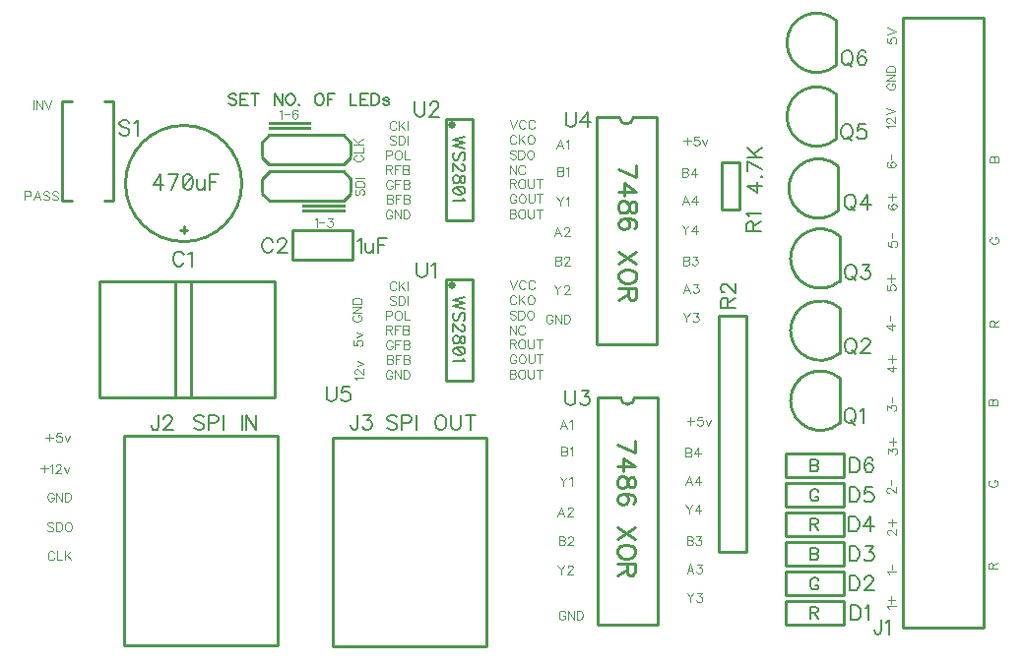
<source format=gbr>
G04 DipTrace 2.4.0.1*
%INTopSilk.gbr*%
%MOMM*%
%ADD10C,0.25*%
%ADD15C,0.635*%
%ADD88C,0.196*%
%ADD89C,0.157*%
%ADD90C,0.235*%
%ADD91C,0.118*%
%FSLAX53Y53*%
G04*
G71*
G90*
G75*
G01*
%LNTopSilk*%
%LPD*%
X24100Y54800D2*
D10*
G02X24100Y54800I0J-5000D01*
G01*
X24400Y45800D2*
X23800D1*
X24100Y45500D2*
Y46100D1*
X38580Y43250D2*
X33480D1*
X38580Y45750D2*
X33480D1*
X38580D2*
Y43250D1*
X33480Y45750D2*
Y43250D1*
X75894Y13852D2*
X80893D1*
Y11852D1*
X75894D1*
Y13852D1*
X75893Y16392D2*
X80893D1*
Y14392D1*
X75893D1*
Y16392D1*
Y18932D2*
X80893D1*
Y16932D1*
X75893D1*
Y18932D1*
Y21472D2*
X80893D1*
Y19472D1*
X75893D1*
Y21472D1*
Y24013D2*
X80893D1*
Y22013D1*
X75893D1*
Y24013D1*
Y26553D2*
X80893D1*
Y24553D1*
X75893D1*
Y26553D1*
X85931Y64084D2*
X92931D1*
Y11584D1*
X85931D1*
Y64084D1*
X18954Y28089D2*
X32154D1*
Y10089D1*
X18954D1*
Y28089D1*
X36895Y27930D2*
X50094D1*
Y9930D1*
X36895D1*
Y27930D1*
X30830Y52192D2*
Y53208D1*
X38450Y52192D2*
Y53208D1*
X31462Y53970D2*
X37818D1*
X31462Y51430D2*
X37818D1*
X30830Y52065D2*
X31462Y51430D1*
X30830Y53335D2*
X31462Y53970D1*
X37818D2*
X38450Y53335D1*
X37818Y51430D2*
X38450Y52065D1*
X30870Y49052D2*
Y50068D1*
X38490Y49052D2*
Y50068D1*
X31502Y50830D2*
X37858D1*
X31502Y48290D2*
X37858D1*
X30870Y48925D2*
X31502Y48290D1*
X30870Y50195D2*
X31502Y50830D1*
X37858D2*
X38490Y50195D1*
X37858Y48290D2*
X38490Y48925D1*
X80537Y29189D2*
G02X80537Y33030I-1691J1921D01*
G01*
Y29189D1*
Y35222D2*
G02X80537Y39064I-1691J1921D01*
G01*
Y35222D1*
Y41414D2*
G02X80537Y45255I-1691J1921D01*
G01*
Y41414D1*
X80378Y47447D2*
G02X80378Y51289I-1691J1921D01*
G01*
Y47447D1*
X80219Y53639D2*
G02X80219Y57480I-1691J1921D01*
G01*
Y53639D1*
Y59990D2*
G02X80219Y63831I-1691J1921D01*
G01*
Y59990D1*
X71887Y51604D2*
X70363D1*
X71887Y47532D2*
Y51604D1*
Y47532D2*
X70363D1*
Y51604D1*
X72484Y38409D2*
X70084D1*
Y18109D1*
X72484D1*
Y38409D1*
X18057Y56914D2*
Y48313D1*
X17257D1*
Y56914D2*
X18057D1*
X14457D2*
X13657D1*
Y48313D1*
X14457D1*
X46660Y41540D2*
X48960D1*
Y32840D1*
X46660D1*
Y41540D1*
D15*
X47174Y41000D3*
X46660Y55340D2*
D10*
X48960D1*
Y46640D1*
X46660D1*
Y55340D1*
D15*
X47174Y54800D3*
X64875Y31391D2*
D10*
Y11791D1*
X59675D2*
X64875D1*
X59675Y31391D2*
Y11791D1*
Y31391D2*
X61675D1*
X64875D2*
X62875D1*
X61675D2*
G03X62875Y31391I600J0D01*
G01*
X64775Y55523D2*
Y35923D1*
X59575D2*
X64775D1*
X59575Y55523D2*
Y35923D1*
Y55523D2*
X61575D1*
X64775D2*
X62775D1*
X61575D2*
G03X62775Y55523I600J0D01*
G01*
X23399Y31360D2*
Y41360D1*
X24699Y31360D2*
Y41260D1*
X16900Y31360D2*
X31900D1*
Y41360D1*
X16900D1*
Y31360D1*
G36*
X34300Y47600D2*
X38000D1*
Y47300D1*
X34300D1*
Y47600D1*
G37*
G36*
X31400Y54700D2*
X35100D1*
Y54400D1*
X31400D1*
Y54700D1*
G37*
G36*
Y55100D2*
X35100D1*
Y54800D1*
X31400D1*
Y55100D1*
G37*
G36*
X34300Y48000D2*
X38000D1*
Y47700D1*
X34300D1*
Y48000D1*
G37*
X24107Y43657D2*
D88*
X24047Y43777D1*
X23925Y43900D1*
X23804Y43960D1*
X23561D1*
X23439Y43900D1*
X23318Y43777D1*
X23256Y43657D1*
X23196Y43474D1*
Y43170D1*
X23256Y42988D1*
X23318Y42866D1*
X23439Y42746D1*
X23561Y42684D1*
X23804D1*
X23925Y42746D1*
X24047Y42866D1*
X24107Y42988D1*
X24499Y43716D2*
X24621Y43777D1*
X24804Y43958D1*
Y42684D1*
X22088Y49293D2*
Y50568D1*
X21480Y49719D1*
X22391D1*
X23026Y49293D2*
X23634Y50568D1*
X22783D1*
X24391D2*
X24209Y50507D1*
X24087Y50325D1*
X24026Y50022D1*
Y49839D1*
X24087Y49536D1*
X24209Y49354D1*
X24391Y49293D1*
X24512D1*
X24694Y49354D1*
X24815Y49536D1*
X24877Y49839D1*
Y50022D1*
X24815Y50325D1*
X24694Y50507D1*
X24512Y50568D1*
X24391D1*
X24815Y50325D2*
X24087Y49536D1*
X25269Y50144D2*
Y49536D1*
X25330Y49355D1*
X25452Y49293D1*
X25634D1*
X25755Y49355D1*
X25937Y49536D1*
Y50144D2*
Y49293D1*
X27120Y50569D2*
X26330D1*
Y49293D1*
Y49961D2*
X26815D1*
X31764Y44807D2*
X31704Y44927D1*
X31582Y45050D1*
X31461Y45110D1*
X31218D1*
X31096Y45050D1*
X30975Y44927D1*
X30913Y44807D1*
X30853Y44624D1*
Y44320D1*
X30913Y44138D1*
X30975Y44016D1*
X31096Y43896D1*
X31218Y43834D1*
X31461D1*
X31582Y43896D1*
X31704Y44016D1*
X31764Y44138D1*
X32218Y44805D2*
Y44866D1*
X32278Y44988D1*
X32339Y45048D1*
X32461Y45108D1*
X32704D1*
X32824Y45048D1*
X32885Y44988D1*
X32947Y44866D1*
Y44745D1*
X32885Y44623D1*
X32764Y44442D1*
X32156Y43834D1*
X33007D1*
X39056Y44875D2*
X39178Y44937D1*
X39361Y45118D1*
Y43843D1*
X39753Y44694D2*
Y44086D1*
X39813Y43905D1*
X39936Y43843D1*
X40118D1*
X40239Y43905D1*
X40421Y44086D1*
Y44694D2*
Y43843D1*
X41604Y45119D2*
X40813D1*
Y43843D1*
Y44511D2*
X41299D1*
X81476Y13489D2*
Y12213D1*
X81901D1*
X82084Y12274D1*
X82206Y12395D1*
X82266Y12517D1*
X82327Y12698D1*
Y13003D1*
X82266Y13186D1*
X82206Y13306D1*
X82084Y13428D1*
X81901Y13489D1*
X81476D1*
X82719Y13244D2*
X82841Y13306D1*
X83024Y13487D1*
Y12213D1*
X81362Y16029D2*
Y14753D1*
X81787D1*
X81969Y14815D1*
X82092Y14935D1*
X82152Y15058D1*
X82212Y15239D1*
Y15543D1*
X82152Y15726D1*
X82092Y15847D1*
X81969Y15969D1*
X81787Y16029D1*
X81362D1*
X82666Y15724D2*
Y15785D1*
X82727Y15907D1*
X82787Y15967D1*
X82909Y16028D1*
X83152D1*
X83273Y15967D1*
X83333Y15907D1*
X83395Y15785D1*
Y15664D1*
X83333Y15542D1*
X83212Y15361D1*
X82604Y14753D1*
X83455D1*
X81362Y18569D2*
Y17293D1*
X81787D1*
X81969Y17355D1*
X82092Y17476D1*
X82152Y17598D1*
X82212Y17779D1*
Y18084D1*
X82152Y18266D1*
X82092Y18387D1*
X81969Y18509D1*
X81787Y18569D1*
X81362D1*
X82727Y18568D2*
X83393D1*
X83030Y18082D1*
X83212D1*
X83333Y18022D1*
X83393Y17961D1*
X83455Y17779D1*
Y17658D1*
X83393Y17476D1*
X83273Y17354D1*
X83090Y17293D1*
X82908D1*
X82727Y17354D1*
X82666Y17415D1*
X82604Y17536D1*
X81331Y21110D2*
Y19833D1*
X81757D1*
X81939Y19895D1*
X82061Y20016D1*
X82122Y20138D1*
X82182Y20319D1*
Y20624D1*
X82122Y20806D1*
X82061Y20927D1*
X81939Y21049D1*
X81757Y21110D1*
X81331D1*
X83182Y19833D2*
Y21108D1*
X82574Y20259D1*
X83485D1*
X81362Y23650D2*
Y22374D1*
X81787D1*
X81969Y22436D1*
X82092Y22556D1*
X82152Y22678D1*
X82212Y22859D1*
Y23164D1*
X82152Y23347D1*
X82092Y23467D1*
X81969Y23589D1*
X81787Y23650D1*
X81362D1*
X83333Y23648D2*
X82727D1*
X82666Y23102D1*
X82727Y23163D1*
X82909Y23224D1*
X83090D1*
X83273Y23163D1*
X83395Y23042D1*
X83455Y22859D1*
Y22739D1*
X83395Y22556D1*
X83273Y22434D1*
X83090Y22374D1*
X82909D1*
X82727Y22434D1*
X82666Y22496D1*
X82604Y22617D1*
X81392Y26190D2*
Y24914D1*
X81818D1*
X82000Y24976D1*
X82122Y25097D1*
X82183Y25219D1*
X82243Y25400D1*
Y25704D1*
X82183Y25887D1*
X82122Y26008D1*
X82000Y26130D1*
X81818Y26190D1*
X81392D1*
X83364Y26008D2*
X83304Y26128D1*
X83121Y26189D1*
X83000D1*
X82818Y26128D1*
X82696Y25946D1*
X82635Y25643D1*
Y25339D1*
X82696Y25097D1*
X82818Y24974D1*
X83000Y24914D1*
X83061D1*
X83242Y24974D1*
X83364Y25097D1*
X83424Y25279D1*
Y25339D1*
X83364Y25522D1*
X83242Y25643D1*
X83061Y25703D1*
X83000D1*
X82818Y25643D1*
X82696Y25522D1*
X82635Y25339D1*
X84090Y12281D2*
Y11309D1*
X84030Y11127D1*
X83968Y11067D1*
X83848Y11005D1*
X83725D1*
X83605Y11067D1*
X83544Y11127D1*
X83483Y11309D1*
Y11430D1*
X84483Y12037D2*
X84605Y12098D1*
X84787Y12279D1*
Y11005D1*
X21936Y29849D2*
Y28877D1*
X21876Y28695D1*
X21814Y28635D1*
X21694Y28573D1*
X21571D1*
X21451Y28635D1*
X21390Y28695D1*
X21329Y28877D1*
Y28998D1*
X22390Y29544D2*
Y29605D1*
X22451Y29727D1*
X22511Y29787D1*
X22633Y29847D1*
X22876D1*
X22997Y29787D1*
X23057Y29727D1*
X23119Y29605D1*
Y29484D1*
X23057Y29362D1*
X22936Y29181D1*
X22329Y28573D1*
X23179D1*
X39077Y29890D2*
Y28918D1*
X39017Y28736D1*
X38955Y28676D1*
X38834Y28614D1*
X38712D1*
X38591Y28676D1*
X38531Y28736D1*
X38469Y28918D1*
Y29039D1*
X39591Y29888D2*
X40258D1*
X39895Y29403D1*
X40077D1*
X40198Y29342D1*
X40258Y29282D1*
X40320Y29100D1*
Y28979D1*
X40258Y28796D1*
X40137Y28674D1*
X39955Y28614D1*
X39772D1*
X39591Y28674D1*
X39531Y28736D1*
X39469Y28857D1*
X81276Y30448D2*
X81156Y30389D1*
X81034Y30267D1*
X80973Y30145D1*
X80911Y29962D1*
Y29659D1*
X80973Y29477D1*
X81034Y29356D1*
X81156Y29234D1*
X81276Y29173D1*
X81519D1*
X81641Y29234D1*
X81762Y29356D1*
X81822Y29477D1*
X81884Y29659D1*
Y29962D1*
X81822Y30145D1*
X81762Y30267D1*
X81641Y30389D1*
X81519Y30448D1*
X81276D1*
X81459Y29416D2*
X81822Y29051D1*
X82276Y30204D2*
X82399Y30265D1*
X82581Y30447D1*
Y29172D1*
X81321Y36481D2*
X81200Y36422D1*
X81078Y36300D1*
X81018Y36178D1*
X80956Y35995D1*
Y35692D1*
X81018Y35510D1*
X81078Y35389D1*
X81200Y35267D1*
X81321Y35206D1*
X81564D1*
X81686Y35267D1*
X81807Y35389D1*
X81867Y35510D1*
X81929Y35692D1*
Y35995D1*
X81867Y36178D1*
X81807Y36300D1*
X81686Y36422D1*
X81564Y36481D1*
X81321D1*
X81503Y35449D2*
X81867Y35084D1*
X82383Y36176D2*
Y36237D1*
X82443Y36359D1*
X82503Y36419D1*
X82626Y36480D1*
X82868D1*
X82989Y36419D1*
X83049Y36359D1*
X83111Y36237D1*
Y36116D1*
X83049Y35994D1*
X82929Y35813D1*
X82321Y35205D1*
X83172D1*
X81321Y42832D2*
X81200Y42773D1*
X81078Y42651D1*
X81018Y42529D1*
X80956Y42346D1*
Y42043D1*
X81018Y41860D1*
X81078Y41740D1*
X81200Y41617D1*
X81321Y41557D1*
X81564D1*
X81686Y41617D1*
X81807Y41740D1*
X81867Y41860D1*
X81929Y42043D1*
Y42346D1*
X81867Y42529D1*
X81807Y42651D1*
X81686Y42773D1*
X81564Y42832D1*
X81321D1*
X81503Y41800D2*
X81867Y41435D1*
X82443Y42830D2*
X83110D1*
X82746Y42345D1*
X82929D1*
X83049Y42284D1*
X83110Y42224D1*
X83172Y42041D1*
Y41921D1*
X83110Y41738D1*
X82989Y41616D1*
X82807Y41556D1*
X82624D1*
X82443Y41616D1*
X82383Y41678D1*
X82321Y41799D1*
X81291Y48865D2*
X81170Y48806D1*
X81048Y48684D1*
X80987Y48562D1*
X80926Y48379D1*
Y48076D1*
X80987Y47893D1*
X81048Y47773D1*
X81170Y47651D1*
X81291Y47590D1*
X81534D1*
X81656Y47651D1*
X81776Y47773D1*
X81837Y47893D1*
X81899Y48076D1*
Y48379D1*
X81837Y48562D1*
X81776Y48684D1*
X81656Y48806D1*
X81534Y48865D1*
X81291D1*
X81473Y47833D2*
X81837Y47468D1*
X82899Y47589D2*
Y48864D1*
X82291Y48014D1*
X83202D1*
X81003Y54898D2*
X80883Y54839D1*
X80760Y54717D1*
X80700Y54595D1*
X80638Y54412D1*
Y54109D1*
X80700Y53927D1*
X80760Y53806D1*
X80883Y53684D1*
X81003Y53623D1*
X81246D1*
X81368Y53684D1*
X81489Y53806D1*
X81549Y53927D1*
X81611Y54109D1*
Y54412D1*
X81549Y54595D1*
X81489Y54717D1*
X81368Y54839D1*
X81246Y54898D1*
X81003D1*
X81186Y53866D2*
X81549Y53501D1*
X82732Y54897D2*
X82125D1*
X82065Y54351D1*
X82125Y54411D1*
X82308Y54473D1*
X82489D1*
X82672Y54411D1*
X82794Y54290D1*
X82854Y54108D1*
Y53987D1*
X82794Y53804D1*
X82672Y53682D1*
X82489Y53622D1*
X82308D1*
X82125Y53682D1*
X82065Y53744D1*
X82003Y53865D1*
X81034Y61249D2*
X80913Y61190D1*
X80791Y61068D1*
X80731Y60945D1*
X80669Y60763D1*
Y60460D1*
X80731Y60277D1*
X80791Y60157D1*
X80913Y60034D1*
X81034Y59974D1*
X81277D1*
X81399Y60034D1*
X81520Y60157D1*
X81580Y60277D1*
X81642Y60460D1*
Y60763D1*
X81580Y60945D1*
X81520Y61068D1*
X81399Y61190D1*
X81277Y61249D1*
X81034D1*
X81217Y60217D2*
X81580Y59852D1*
X82763Y61066D2*
X82702Y61187D1*
X82520Y61247D1*
X82399D1*
X82217Y61187D1*
X82095Y61004D1*
X82034Y60701D1*
Y60398D1*
X82095Y60155D1*
X82217Y60033D1*
X82399Y59973D1*
X82460D1*
X82641Y60033D1*
X82763Y60155D1*
X82823Y60338D1*
Y60398D1*
X82763Y60580D1*
X82641Y60701D1*
X82460Y60762D1*
X82399D1*
X82217Y60701D1*
X82095Y60580D1*
X82034Y60398D1*
X73111Y45694D2*
Y46240D1*
X73049Y46423D1*
X72989Y46485D1*
X72868Y46545D1*
X72746D1*
X72625Y46485D1*
X72564Y46423D1*
X72503Y46240D1*
Y45694D1*
X73779D1*
X73111Y46120D2*
X73779Y46545D1*
X72747Y46937D2*
X72686Y47059D1*
X72505Y47242D1*
X73779D1*
X73853Y49620D2*
X72578D1*
X73427Y49012D1*
Y49924D1*
X73730Y50376D2*
X73792Y50316D1*
X73853Y50376D1*
X73792Y50438D1*
X73730Y50376D1*
X73853Y51073D2*
X72578Y51681D1*
Y50830D1*
X72577Y52073D2*
X73853D1*
X72577Y52924D2*
X73427Y52073D1*
X73123Y52376D2*
X73853Y52924D1*
X70896Y39120D2*
Y39666D1*
X70834Y39848D1*
X70774Y39910D1*
X70653Y39971D1*
X70531D1*
X70410Y39910D1*
X70348Y39848D1*
X70288Y39666D1*
Y39120D1*
X71564D1*
X70896Y39545D2*
X71564Y39971D1*
X70593Y40424D2*
X70532D1*
X70410Y40485D1*
X70350Y40545D1*
X70289Y40667D1*
Y40910D1*
X70350Y41031D1*
X70410Y41091D1*
X70532Y41153D1*
X70653D1*
X70775Y41091D1*
X70956Y40971D1*
X71564Y40363D1*
Y41213D1*
X19427Y55045D2*
X19306Y55167D1*
X19123Y55228D1*
X18881D1*
X18698Y55167D1*
X18576Y55045D1*
Y54925D1*
X18638Y54802D1*
X18698Y54742D1*
X18819Y54682D1*
X19184Y54560D1*
X19306Y54499D1*
X19366Y54437D1*
X19427Y54317D1*
Y54134D1*
X19306Y54014D1*
X19123Y53952D1*
X18881D1*
X18698Y54014D1*
X18576Y54134D1*
X19819Y54984D2*
X19941Y55045D1*
X20123Y55226D1*
Y53952D1*
X44162Y42995D2*
Y42084D1*
X44223Y41901D1*
X44345Y41781D1*
X44527Y41719D1*
X44648D1*
X44831Y41781D1*
X44953Y41901D1*
X45013Y42084D1*
Y42995D1*
X45405Y42751D2*
X45527Y42812D1*
X45710Y42994D1*
Y41719D1*
X43989Y56836D2*
Y55925D1*
X44050Y55743D1*
X44172Y55622D1*
X44354Y55560D1*
X44475D1*
X44657Y55622D1*
X44780Y55743D1*
X44840Y55925D1*
Y56836D1*
X45294Y56532D2*
Y56592D1*
X45354Y56714D1*
X45415Y56774D1*
X45537Y56835D1*
X45780D1*
X45900Y56774D1*
X45961Y56714D1*
X46023Y56592D1*
Y56471D1*
X45961Y56349D1*
X45840Y56168D1*
X45232Y55560D1*
X46083D1*
X56942Y31980D2*
Y31069D1*
X57002Y30887D1*
X57124Y30766D1*
X57307Y30704D1*
X57427D1*
X57610Y30766D1*
X57732Y30887D1*
X57792Y31069D1*
Y31980D1*
X58307Y31979D2*
X58973D1*
X58610Y31493D1*
X58792D1*
X58913Y31433D1*
X58973Y31373D1*
X59035Y31190D1*
Y31069D1*
X58973Y30887D1*
X58853Y30765D1*
X58670Y30704D1*
X58488D1*
X58307Y30765D1*
X58246Y30827D1*
X58184Y30947D1*
X56970Y55954D2*
Y55043D1*
X57031Y54861D1*
X57153Y54740D1*
X57335Y54678D1*
X57456D1*
X57638Y54740D1*
X57761Y54861D1*
X57821Y55043D1*
Y55954D1*
X58821Y54678D2*
Y55953D1*
X58213Y55104D1*
X59124D1*
X36378Y32320D2*
Y31409D1*
X36439Y31226D1*
X36561Y31106D1*
X36743Y31044D1*
X36864D1*
X37046Y31106D1*
X37169Y31226D1*
X37229Y31409D1*
Y32320D1*
X38350Y32318D2*
X37743D1*
X37683Y31772D1*
X37743Y31833D1*
X37926Y31895D1*
X38107D1*
X38289Y31833D1*
X38411Y31712D1*
X38472Y31530D1*
Y31409D1*
X38411Y31226D1*
X38289Y31104D1*
X38107Y31044D1*
X37926D1*
X37743Y31104D1*
X37683Y31166D1*
X37621Y31287D1*
X77958Y12852D2*
D89*
X78395D1*
X78541Y12901D1*
X78590Y12950D1*
X78639Y13046D1*
Y13144D1*
X78590Y13240D1*
X78541Y13290D1*
X78395Y13338D1*
X77958D1*
Y12317D1*
X78298Y12852D2*
X78639Y12317D1*
X78687Y15636D2*
X78639Y15732D1*
X78541Y15830D1*
X78444Y15878D1*
X78250D1*
X78152Y15830D1*
X78056Y15732D1*
X78006Y15636D1*
X77958Y15490D1*
Y15246D1*
X78006Y15101D1*
X78056Y15004D1*
X78152Y14907D1*
X78250Y14858D1*
X78444D1*
X78541Y14907D1*
X78639Y15004D1*
X78687Y15101D1*
Y15246D1*
X78444D1*
X77958Y18419D2*
Y17398D1*
X78396D1*
X78542Y17447D1*
X78590Y17496D1*
X78639Y17592D1*
Y17738D1*
X78590Y17836D1*
X78542Y17884D1*
X78396Y17932D1*
X78542Y17982D1*
X78590Y18030D1*
X78639Y18127D1*
Y18224D1*
X78590Y18321D1*
X78542Y18370D1*
X78396Y18419D1*
X77958D1*
Y17932D2*
X78396D1*
X77958Y20473D2*
X78395D1*
X78541Y20522D1*
X78590Y20570D1*
X78639Y20667D1*
Y20765D1*
X78590Y20861D1*
X78541Y20911D1*
X78395Y20959D1*
X77958D1*
Y19938D1*
X78298Y20473D2*
X78639Y19938D1*
X78687Y23257D2*
X78639Y23353D1*
X78541Y23451D1*
X78444Y23499D1*
X78250D1*
X78152Y23451D1*
X78056Y23353D1*
X78006Y23257D1*
X77958Y23111D1*
Y22867D1*
X78006Y22722D1*
X78056Y22624D1*
X78152Y22528D1*
X78250Y22478D1*
X78444D1*
X78541Y22528D1*
X78639Y22624D1*
X78687Y22722D1*
Y22867D1*
X78444D1*
X77958Y26039D2*
Y25019D1*
X78396D1*
X78542Y25068D1*
X78590Y25116D1*
X78639Y25213D1*
Y25359D1*
X78590Y25457D1*
X78542Y25505D1*
X78396Y25553D1*
X78542Y25603D1*
X78590Y25651D1*
X78639Y25747D1*
Y25845D1*
X78590Y25942D1*
X78542Y25991D1*
X78396Y26039D1*
X77958D1*
Y25553D2*
X78396D1*
X61403Y27353D2*
D90*
X62932Y26623D1*
Y27644D1*
X61403Y25423D2*
X62932D1*
X61913Y26153D1*
Y25060D1*
X62932Y24225D2*
X62860Y24442D1*
X62715Y24517D1*
X62569D1*
X62424Y24442D1*
X62350Y24298D1*
X62277Y24006D1*
X62205Y23787D1*
X62058Y23642D1*
X61913Y23570D1*
X61694D1*
X61549Y23642D1*
X61475Y23715D1*
X61403Y23934D1*
Y24225D1*
X61475Y24442D1*
X61549Y24517D1*
X61694Y24589D1*
X61913D1*
X62058Y24517D1*
X62205Y24370D1*
X62277Y24153D1*
X62350Y23861D1*
X62424Y23715D1*
X62569Y23642D1*
X62715D1*
X62860Y23715D1*
X62932Y23934D1*
Y24225D1*
X62715Y22225D2*
X62860Y22297D1*
X62932Y22516D1*
Y22661D1*
X62860Y22880D1*
X62641Y23027D1*
X62277Y23099D1*
X61913D1*
X61622Y23027D1*
X61475Y22880D1*
X61403Y22661D1*
Y22589D1*
X61475Y22371D1*
X61622Y22225D1*
X61841Y22152D1*
X61913D1*
X62132Y22225D1*
X62277Y22371D1*
X62350Y22589D1*
Y22661D1*
X62277Y22880D1*
X62132Y23027D1*
X61913Y23099D1*
X62934Y20201D2*
X61403Y19180D1*
X62934D2*
X61403Y20201D1*
X62934Y18271D2*
X62862Y18418D1*
X62715Y18562D1*
X62570Y18637D1*
X62351Y18709D1*
X61986D1*
X61768Y18637D1*
X61622Y18562D1*
X61477Y18418D1*
X61403Y18271D1*
Y17980D1*
X61477Y17835D1*
X61622Y17688D1*
X61768Y17616D1*
X61986Y17543D1*
X62351D1*
X62570Y17616D1*
X62715Y17688D1*
X62862Y17835D1*
X62934Y17980D1*
Y18271D1*
X62205Y17073D2*
Y16417D1*
X62279Y16198D1*
X62351Y16124D1*
X62496Y16052D1*
X62643D1*
X62788Y16124D1*
X62862Y16198D1*
X62934Y16417D1*
Y17073D1*
X61403D1*
X62205Y16562D2*
X61403Y16052D1*
X61503Y51053D2*
X63032Y50323D1*
Y51344D1*
X61503Y49123D2*
X63032D1*
X62013Y49853D1*
Y48760D1*
X63032Y47925D2*
X62960Y48142D1*
X62815Y48217D1*
X62669D1*
X62524Y48142D1*
X62450Y47998D1*
X62377Y47706D1*
X62305Y47487D1*
X62158Y47342D1*
X62013Y47270D1*
X61794D1*
X61649Y47342D1*
X61575Y47415D1*
X61503Y47634D1*
Y47925D1*
X61575Y48142D1*
X61649Y48217D1*
X61794Y48289D1*
X62013D1*
X62158Y48217D1*
X62305Y48070D1*
X62377Y47853D1*
X62450Y47561D1*
X62524Y47415D1*
X62669Y47342D1*
X62815D1*
X62960Y47415D1*
X63032Y47634D1*
Y47925D1*
X62815Y45925D2*
X62960Y45997D1*
X63032Y46216D1*
Y46361D1*
X62960Y46580D1*
X62741Y46727D1*
X62377Y46799D1*
X62013D1*
X61722Y46727D1*
X61575Y46580D1*
X61503Y46361D1*
Y46289D1*
X61575Y46071D1*
X61722Y45925D1*
X61941Y45852D1*
X62013D1*
X62232Y45925D1*
X62377Y46071D1*
X62450Y46289D1*
Y46361D1*
X62377Y46580D1*
X62232Y46727D1*
X62013Y46799D1*
X63034Y43901D2*
X61503Y42880D1*
X63034D2*
X61503Y43901D1*
X63034Y41971D2*
X62962Y42118D1*
X62815Y42262D1*
X62670Y42337D1*
X62451Y42409D1*
X62086D1*
X61868Y42337D1*
X61722Y42262D1*
X61577Y42118D1*
X61503Y41971D1*
Y41680D1*
X61577Y41535D1*
X61722Y41388D1*
X61868Y41316D1*
X62086Y41243D1*
X62451D1*
X62670Y41316D1*
X62815Y41388D1*
X62962Y41535D1*
X63034Y41680D1*
Y41971D1*
X62305Y40773D2*
Y40117D1*
X62379Y39898D1*
X62451Y39824D1*
X62596Y39752D1*
X62743D1*
X62888Y39824D1*
X62962Y39898D1*
X63034Y40117D1*
Y40773D1*
X61503D1*
X62305Y40262D2*
X61503Y39752D1*
X57046Y28672D2*
D91*
X56754Y29438D1*
X56463Y28672D1*
X56572Y28927D2*
X56937D1*
X57282Y29291D2*
X57355Y29328D1*
X57465Y29437D1*
Y28672D1*
X56563Y27138D2*
Y26372D1*
X56891D1*
X57001Y26409D1*
X57037Y26445D1*
X57073Y26518D1*
Y26627D1*
X57037Y26700D1*
X57001Y26737D1*
X56891Y26773D1*
X57001Y26810D1*
X57037Y26846D1*
X57073Y26919D1*
Y26992D1*
X57037Y27064D1*
X57001Y27101D1*
X56891Y27138D1*
X56563D1*
Y26773D2*
X56891D1*
X57308Y26991D2*
X57382Y27028D1*
X57491Y27137D1*
Y26372D1*
X56463Y24538D2*
X56754Y24173D1*
Y23772D1*
X57046Y24538D2*
X56754Y24173D1*
X57281Y24391D2*
X57354Y24428D1*
X57464Y24537D1*
Y23772D1*
X56846Y21172D2*
X56554Y21938D1*
X56263Y21172D1*
X56372Y21427D2*
X56737D1*
X57119Y21755D2*
Y21791D1*
X57155Y21864D1*
X57191Y21901D1*
X57265Y21937D1*
X57410D1*
X57483Y21901D1*
X57519Y21864D1*
X57556Y21791D1*
Y21719D1*
X57519Y21645D1*
X57446Y21537D1*
X57082Y21172D1*
X57592D1*
X56363Y19438D2*
Y18672D1*
X56691D1*
X56801Y18709D1*
X56837Y18745D1*
X56873Y18818D1*
Y18927D1*
X56837Y19000D1*
X56801Y19037D1*
X56691Y19073D1*
X56801Y19110D1*
X56837Y19146D1*
X56873Y19219D1*
Y19292D1*
X56837Y19364D1*
X56801Y19401D1*
X56691Y19438D1*
X56363D1*
Y19073D2*
X56691D1*
X57146Y19255D2*
Y19291D1*
X57182Y19364D1*
X57218Y19401D1*
X57291Y19437D1*
X57437D1*
X57509Y19401D1*
X57546Y19364D1*
X57583Y19291D1*
Y19219D1*
X57546Y19145D1*
X57473Y19037D1*
X57108Y18672D1*
X57619D1*
X56263Y16938D2*
X56554Y16573D1*
Y16172D1*
X56846Y16938D2*
X56554Y16573D1*
X57118Y16755D2*
Y16791D1*
X57154Y16864D1*
X57190Y16901D1*
X57264Y16937D1*
X57409D1*
X57482Y16901D1*
X57518Y16864D1*
X57555Y16791D1*
Y16719D1*
X57518Y16645D1*
X57446Y16537D1*
X57081Y16172D1*
X57591D1*
X56909Y12856D2*
X56873Y12928D1*
X56800Y13001D1*
X56727Y13038D1*
X56582D1*
X56508Y13001D1*
X56436Y12928D1*
X56399Y12856D1*
X56363Y12746D1*
Y12563D1*
X56399Y12455D1*
X56436Y12381D1*
X56508Y12309D1*
X56582Y12272D1*
X56727D1*
X56800Y12309D1*
X56873Y12381D1*
X56909Y12455D1*
Y12563D1*
X56727D1*
X57655Y13038D2*
Y12272D1*
X57145Y13038D1*
Y12272D1*
X57890Y13038D2*
Y12272D1*
X58146D1*
X58255Y12309D1*
X58328Y12381D1*
X58365Y12455D1*
X58401Y12563D1*
Y12746D1*
X58365Y12856D1*
X58328Y12928D1*
X58255Y13001D1*
X58146Y13038D1*
X57890D1*
X56746Y52772D2*
X56454Y53538D1*
X56163Y52772D1*
X56272Y53027D2*
X56637D1*
X56982Y53391D2*
X57055Y53428D1*
X57165Y53537D1*
Y52772D1*
X56263Y51238D2*
Y50472D1*
X56591D1*
X56701Y50509D1*
X56737Y50545D1*
X56773Y50618D1*
Y50727D1*
X56737Y50800D1*
X56701Y50837D1*
X56591Y50873D1*
X56701Y50910D1*
X56737Y50946D1*
X56773Y51019D1*
Y51092D1*
X56737Y51164D1*
X56701Y51201D1*
X56591Y51238D1*
X56263D1*
Y50873D2*
X56591D1*
X57008Y51091D2*
X57082Y51128D1*
X57191Y51237D1*
Y50472D1*
X56163Y48638D2*
X56454Y48273D1*
Y47872D1*
X56746Y48638D2*
X56454Y48273D1*
X56981Y48491D2*
X57054Y48528D1*
X57164Y48637D1*
Y47872D1*
X56546Y45272D2*
X56254Y46038D1*
X55963Y45272D1*
X56072Y45527D2*
X56437D1*
X56819Y45855D2*
Y45891D1*
X56855Y45964D1*
X56891Y46001D1*
X56965Y46037D1*
X57110D1*
X57183Y46001D1*
X57219Y45964D1*
X57256Y45891D1*
Y45819D1*
X57219Y45745D1*
X57146Y45637D1*
X56782Y45272D1*
X57292D1*
X56063Y43538D2*
Y42772D1*
X56391D1*
X56501Y42809D1*
X56537Y42845D1*
X56573Y42918D1*
Y43027D1*
X56537Y43100D1*
X56501Y43137D1*
X56391Y43173D1*
X56501Y43210D1*
X56537Y43246D1*
X56573Y43319D1*
Y43392D1*
X56537Y43464D1*
X56501Y43501D1*
X56391Y43538D1*
X56063D1*
Y43173D2*
X56391D1*
X56846Y43355D2*
Y43391D1*
X56882Y43464D1*
X56918Y43501D1*
X56991Y43537D1*
X57137D1*
X57209Y43501D1*
X57246Y43464D1*
X57283Y43391D1*
Y43319D1*
X57246Y43245D1*
X57173Y43137D1*
X56808Y42772D1*
X57319D1*
X55963Y41038D2*
X56254Y40673D1*
Y40272D1*
X56546Y41038D2*
X56254Y40673D1*
X56818Y40855D2*
Y40891D1*
X56854Y40964D1*
X56890Y41001D1*
X56964Y41037D1*
X57109D1*
X57182Y41001D1*
X57218Y40964D1*
X57255Y40891D1*
Y40819D1*
X57218Y40745D1*
X57146Y40637D1*
X56781Y40272D1*
X57291D1*
X55809Y38356D2*
X55773Y38428D1*
X55700Y38501D1*
X55627Y38538D1*
X55482D1*
X55408Y38501D1*
X55336Y38428D1*
X55299Y38356D1*
X55263Y38246D1*
Y38063D1*
X55299Y37955D1*
X55336Y37881D1*
X55408Y37809D1*
X55482Y37772D1*
X55627D1*
X55700Y37809D1*
X55773Y37881D1*
X55809Y37955D1*
Y38063D1*
X55627D1*
X56555Y38538D2*
Y37772D1*
X56045Y38538D1*
Y37772D1*
X56790Y38538D2*
Y37772D1*
X57046D1*
X57155Y37809D1*
X57228Y37881D1*
X57265Y37955D1*
X57301Y38063D1*
Y38246D1*
X57265Y38356D1*
X57228Y38428D1*
X57155Y38501D1*
X57046Y38538D1*
X56790D1*
X67390Y53782D2*
Y53126D1*
X67063Y53454D2*
X67719D1*
X68391Y53837D2*
X68027D1*
X67991Y53509D1*
X68027Y53545D1*
X68137Y53582D1*
X68246D1*
X68355Y53545D1*
X68428Y53473D1*
X68465Y53363D1*
Y53291D1*
X68428Y53181D1*
X68355Y53108D1*
X68246Y53072D1*
X68137D1*
X68027Y53108D1*
X67991Y53145D1*
X67954Y53218D1*
X68700Y53582D2*
X68919Y53072D1*
X69137Y53582D1*
X66963Y51138D2*
Y50372D1*
X67291D1*
X67401Y50409D1*
X67437Y50445D1*
X67473Y50518D1*
Y50627D1*
X67437Y50700D1*
X67401Y50737D1*
X67291Y50773D1*
X67401Y50810D1*
X67437Y50846D1*
X67473Y50919D1*
Y50992D1*
X67437Y51064D1*
X67401Y51101D1*
X67291Y51138D1*
X66963D1*
Y50773D2*
X67291D1*
X68073Y50372D2*
Y51137D1*
X67708Y50627D1*
X68255D1*
X67546Y47972D2*
X67254Y48738D1*
X66963Y47972D1*
X67072Y48227D2*
X67437D1*
X68146Y47972D2*
Y48737D1*
X67782Y48227D1*
X68328D1*
X66963Y46238D2*
X67254Y45873D1*
Y45472D1*
X67546Y46238D2*
X67254Y45873D1*
X68146Y45472D2*
Y46237D1*
X67781Y45727D1*
X68328D1*
X67063Y43538D2*
Y42772D1*
X67391D1*
X67501Y42809D1*
X67537Y42845D1*
X67573Y42918D1*
Y43027D1*
X67537Y43100D1*
X67501Y43137D1*
X67391Y43173D1*
X67501Y43210D1*
X67537Y43246D1*
X67573Y43319D1*
Y43392D1*
X67537Y43464D1*
X67501Y43501D1*
X67391Y43538D1*
X67063D1*
Y43173D2*
X67391D1*
X67882Y43537D2*
X68282D1*
X68064Y43245D1*
X68173D1*
X68246Y43209D1*
X68282Y43173D1*
X68319Y43063D1*
Y42991D1*
X68282Y42881D1*
X68209Y42808D1*
X68100Y42772D1*
X67990D1*
X67882Y42808D1*
X67846Y42845D1*
X67808Y42918D1*
X67646Y40372D2*
X67354Y41138D1*
X67063Y40372D1*
X67172Y40627D2*
X67537D1*
X67955Y41137D2*
X68355D1*
X68137Y40845D1*
X68246D1*
X68319Y40809D1*
X68355Y40773D1*
X68392Y40663D1*
Y40591D1*
X68355Y40481D1*
X68283Y40408D1*
X68173Y40372D1*
X68064D1*
X67955Y40408D1*
X67919Y40445D1*
X67882Y40518D1*
X67063Y38638D2*
X67354Y38273D1*
Y37872D1*
X67646Y38638D2*
X67354Y38273D1*
X67954Y38637D2*
X68354D1*
X68136Y38345D1*
X68246D1*
X68318Y38309D1*
X68354Y38273D1*
X68391Y38163D1*
Y38091D1*
X68354Y37981D1*
X68282Y37908D1*
X68172Y37872D1*
X68063D1*
X67954Y37908D1*
X67918Y37945D1*
X67881Y38018D1*
X67690Y29682D2*
Y29026D1*
X67363Y29354D2*
X68019D1*
X68691Y29737D2*
X68327D1*
X68291Y29409D1*
X68327Y29445D1*
X68437Y29482D1*
X68546D1*
X68655Y29445D1*
X68728Y29373D1*
X68765Y29263D1*
Y29191D1*
X68728Y29081D1*
X68655Y29008D1*
X68546Y28972D1*
X68437D1*
X68327Y29008D1*
X68291Y29045D1*
X68254Y29118D1*
X69000Y29482D2*
X69219Y28972D1*
X69437Y29482D1*
X67263Y27038D2*
Y26272D1*
X67591D1*
X67701Y26309D1*
X67737Y26345D1*
X67773Y26418D1*
Y26527D1*
X67737Y26600D1*
X67701Y26637D1*
X67591Y26673D1*
X67701Y26710D1*
X67737Y26746D1*
X67773Y26819D1*
Y26892D1*
X67737Y26964D1*
X67701Y27001D1*
X67591Y27038D1*
X67263D1*
Y26673D2*
X67591D1*
X68373Y26272D2*
Y27037D1*
X68008Y26527D1*
X68555D1*
X67846Y23872D2*
X67554Y24638D1*
X67263Y23872D1*
X67372Y24127D2*
X67737D1*
X68446Y23872D2*
Y24637D1*
X68082Y24127D1*
X68628D1*
X67263Y22138D2*
X67554Y21773D1*
Y21372D1*
X67846Y22138D2*
X67554Y21773D1*
X68446Y21372D2*
Y22137D1*
X68081Y21627D1*
X68628D1*
X67363Y19438D2*
Y18672D1*
X67691D1*
X67801Y18709D1*
X67837Y18745D1*
X67873Y18818D1*
Y18927D1*
X67837Y19000D1*
X67801Y19037D1*
X67691Y19073D1*
X67801Y19110D1*
X67837Y19146D1*
X67873Y19219D1*
Y19292D1*
X67837Y19364D1*
X67801Y19401D1*
X67691Y19438D1*
X67363D1*
Y19073D2*
X67691D1*
X68182Y19437D2*
X68582D1*
X68364Y19145D1*
X68473D1*
X68546Y19109D1*
X68582Y19073D1*
X68619Y18963D1*
Y18891D1*
X68582Y18781D1*
X68509Y18708D1*
X68400Y18672D1*
X68290D1*
X68182Y18708D1*
X68146Y18745D1*
X68108Y18818D1*
X67946Y16272D2*
X67654Y17038D1*
X67363Y16272D1*
X67472Y16527D2*
X67837D1*
X68255Y17037D2*
X68655D1*
X68437Y16745D1*
X68546D1*
X68619Y16709D1*
X68655Y16673D1*
X68692Y16563D1*
Y16491D1*
X68655Y16381D1*
X68583Y16308D1*
X68473Y16272D1*
X68364D1*
X68255Y16308D1*
X68219Y16345D1*
X68182Y16418D1*
X67363Y14538D2*
X67654Y14173D1*
Y13772D1*
X67946Y14538D2*
X67654Y14173D1*
X68254Y14537D2*
X68654D1*
X68436Y14245D1*
X68546D1*
X68618Y14209D1*
X68654Y14173D1*
X68691Y14063D1*
Y13991D1*
X68654Y13881D1*
X68582Y13808D1*
X68472Y13772D1*
X68363D1*
X68254Y13808D1*
X68218Y13845D1*
X68181Y13918D1*
X25853Y29683D2*
D88*
X25732Y29805D1*
X25549Y29865D1*
X25307D1*
X25124Y29805D1*
X25002Y29683D1*
Y29562D1*
X25064Y29440D1*
X25124Y29380D1*
X25245Y29319D1*
X25610Y29197D1*
X25732Y29137D1*
X25792Y29075D1*
X25853Y28954D1*
Y28772D1*
X25732Y28651D1*
X25549Y28589D1*
X25307D1*
X25124Y28651D1*
X25002Y28772D1*
X26245Y29197D2*
X26792D1*
X26973Y29257D1*
X27035Y29319D1*
X27096Y29440D1*
Y29622D1*
X27035Y29743D1*
X26973Y29805D1*
X26792Y29865D1*
X26245D1*
Y28589D1*
X27488Y29865D2*
Y28589D1*
X29114Y29865D2*
Y28589D1*
X30357Y29865D2*
Y28589D1*
X29507Y29865D1*
Y28589D1*
X42453Y29683D2*
X42332Y29805D1*
X42149Y29865D1*
X41907D1*
X41724Y29805D1*
X41602Y29683D1*
Y29562D1*
X41664Y29440D1*
X41724Y29380D1*
X41845Y29319D1*
X42210Y29197D1*
X42332Y29137D1*
X42392Y29075D1*
X42453Y28954D1*
Y28772D1*
X42332Y28651D1*
X42149Y28589D1*
X41907D1*
X41724Y28651D1*
X41602Y28772D1*
X42845Y29197D2*
X43392D1*
X43573Y29257D1*
X43635Y29319D1*
X43696Y29440D1*
Y29622D1*
X43635Y29743D1*
X43573Y29805D1*
X43392Y29865D1*
X42845D1*
Y28589D1*
X44088Y29865D2*
Y28589D1*
X46079Y29865D2*
X45957Y29805D1*
X45837Y29683D1*
X45775Y29562D1*
X45714Y29380D1*
Y29075D1*
X45775Y28894D1*
X45837Y28772D1*
X45957Y28651D1*
X46079Y28589D1*
X46322D1*
X46443Y28651D1*
X46565Y28772D1*
X46625Y28894D1*
X46686Y29075D1*
Y29380D1*
X46625Y29562D1*
X46565Y29683D1*
X46443Y29805D1*
X46322Y29865D1*
X46079D1*
X47078D2*
Y28954D1*
X47138Y28772D1*
X47260Y28651D1*
X47443Y28589D1*
X47564D1*
X47746Y28651D1*
X47868Y28772D1*
X47929Y28954D1*
Y29865D1*
X48746D2*
Y28589D1*
X48321Y29865D2*
X49172D1*
X38957Y32925D2*
D91*
X38920Y32999D1*
X38812Y33108D1*
X39576D1*
X38993Y33380D2*
X38957D1*
X38884Y33417D1*
X38848Y33453D1*
X38812Y33526D1*
Y33672D1*
X38848Y33744D1*
X38884Y33781D1*
X38957Y33818D1*
X39030D1*
X39103Y33781D1*
X39212Y33708D1*
X39576Y33343D1*
Y33854D1*
X39066Y34089D2*
X39576Y34308D1*
X39066Y34526D1*
X38712Y36262D2*
Y35899D1*
X39039Y35862D1*
X39003Y35899D1*
X38966Y36008D1*
Y36117D1*
X39003Y36226D1*
X39075Y36300D1*
X39185Y36336D1*
X39257D1*
X39367Y36300D1*
X39440Y36226D1*
X39476Y36117D1*
Y36008D1*
X39440Y35899D1*
X39403Y35862D1*
X39331Y35825D1*
X38966Y36571D2*
X39476Y36790D1*
X38966Y37008D1*
X38793Y38472D2*
X38720Y38436D1*
X38647Y38362D1*
X38611Y38290D1*
Y38144D1*
X38647Y38071D1*
X38720Y37999D1*
X38793Y37962D1*
X38902Y37925D1*
X39085D1*
X39194Y37962D1*
X39267Y37999D1*
X39339Y38071D1*
X39376Y38144D1*
Y38290D1*
X39339Y38362D1*
X39267Y38436D1*
X39194Y38472D1*
X39085D1*
Y38290D1*
X38611Y39218D2*
X39376D1*
X38611Y38707D1*
X39376D1*
X38611Y39453D2*
X39376D1*
Y39708D1*
X39339Y39818D1*
X39267Y39891D1*
X39194Y39927D1*
X39085Y39963D1*
X38902D1*
X38793Y39927D1*
X38720Y39891D1*
X38647Y39818D1*
X38611Y39708D1*
Y39453D1*
X11163Y56938D2*
Y56172D1*
X11908Y56938D2*
Y56172D1*
X11398Y56938D1*
Y56172D1*
X12144Y56938D2*
X12435Y56172D1*
X12727Y56938D1*
X93683Y16617D2*
Y16945D1*
X93646Y17055D1*
X93610Y17092D1*
X93538Y17128D1*
X93464D1*
X93392Y17092D1*
X93355Y17055D1*
X93319Y16945D1*
Y16617D1*
X94084D1*
X93683Y16873D2*
X94084Y17128D1*
X93500Y24264D2*
X93428Y24228D1*
X93355Y24155D1*
X93319Y24082D1*
Y23936D1*
X93355Y23863D1*
X93428Y23791D1*
X93500Y23754D1*
X93610Y23717D1*
X93793D1*
X93901Y23754D1*
X93975Y23791D1*
X94047Y23863D1*
X94084Y23936D1*
Y24082D1*
X94047Y24155D1*
X93975Y24228D1*
X93901Y24264D1*
X93793D1*
Y24082D1*
X93319Y30717D2*
X94084D1*
Y31046D1*
X94047Y31155D1*
X94011Y31192D1*
X93938Y31228D1*
X93829D1*
X93756Y31192D1*
X93719Y31155D1*
X93683Y31046D1*
X93646Y31155D1*
X93610Y31192D1*
X93538Y31228D1*
X93464D1*
X93392Y31192D1*
X93355Y31155D1*
X93319Y31046D1*
Y30717D1*
X93683D2*
Y31046D1*
X93783Y37517D2*
Y37845D1*
X93746Y37955D1*
X93710Y37992D1*
X93638Y38028D1*
X93564D1*
X93492Y37992D1*
X93455Y37955D1*
X93419Y37845D1*
Y37517D1*
X94184D1*
X93783Y37773D2*
X94184Y38028D1*
X93600Y45164D2*
X93528Y45128D1*
X93455Y45055D1*
X93419Y44982D1*
Y44836D1*
X93455Y44763D1*
X93528Y44691D1*
X93600Y44654D1*
X93710Y44617D1*
X93893D1*
X94001Y44654D1*
X94075Y44691D1*
X94147Y44763D1*
X94184Y44836D1*
Y44982D1*
X94147Y45055D1*
X94075Y45128D1*
X94001Y45164D1*
X93893D1*
Y44982D1*
X93419Y51617D2*
X94184D1*
Y51946D1*
X94147Y52055D1*
X94111Y52092D1*
X94038Y52128D1*
X93929D1*
X93856Y52092D1*
X93819Y52055D1*
X93783Y51946D1*
X93746Y52055D1*
X93710Y52092D1*
X93638Y52128D1*
X93564D1*
X93492Y52092D1*
X93455Y52055D1*
X93419Y51946D1*
Y51617D1*
X93783D2*
Y51946D1*
X32363Y55991D2*
X32436Y56028D1*
X32546Y56137D1*
Y55372D1*
X32781Y55754D2*
X33202D1*
X33874Y56028D2*
X33838Y56101D1*
X33729Y56137D1*
X33656D1*
X33547Y56101D1*
X33473Y55991D1*
X33437Y55809D1*
Y55627D1*
X33473Y55481D1*
X33547Y55408D1*
X33656Y55372D1*
X33692D1*
X33801Y55408D1*
X33874Y55481D1*
X33911Y55591D1*
Y55627D1*
X33874Y55737D1*
X33801Y55809D1*
X33692Y55845D1*
X33656D1*
X33547Y55809D1*
X33473Y55737D1*
X33437Y55627D1*
X28663Y57405D2*
D89*
X28566Y57503D1*
X28420Y57551D1*
X28226D1*
X28080Y57503D1*
X27982Y57405D1*
Y57309D1*
X28032Y57211D1*
X28080Y57163D1*
X28177Y57115D1*
X28469Y57017D1*
X28566Y56969D1*
X28615Y56919D1*
X28663Y56823D1*
Y56677D1*
X28566Y56580D1*
X28420Y56531D1*
X28226D1*
X28080Y56580D1*
X27982Y56677D1*
X29608Y57551D2*
X28977D1*
Y56531D1*
X29608D1*
X28977Y57065D2*
X29365D1*
X30262Y57551D2*
Y56531D1*
X29922Y57551D2*
X30602D1*
X32584D2*
Y56531D1*
X31903Y57551D1*
Y56531D1*
X33190Y57551D2*
X33092Y57503D1*
X32995Y57405D1*
X32946Y57309D1*
X32898Y57163D1*
Y56919D1*
X32946Y56774D1*
X32995Y56677D1*
X33092Y56580D1*
X33190Y56531D1*
X33384D1*
X33481Y56580D1*
X33578Y56677D1*
X33627Y56774D1*
X33675Y56919D1*
Y57163D1*
X33627Y57309D1*
X33578Y57405D1*
X33481Y57503D1*
X33384Y57551D1*
X33190D1*
X34037Y56628D2*
X33989Y56579D1*
X34037Y56531D1*
X34086Y56579D1*
X34037Y56628D1*
X35680Y57551D2*
X35582Y57503D1*
X35485Y57405D1*
X35436Y57309D1*
X35388Y57163D1*
Y56919D1*
X35436Y56774D1*
X35485Y56677D1*
X35582Y56580D1*
X35680Y56531D1*
X35874D1*
X35971Y56580D1*
X36068Y56677D1*
X36117Y56774D1*
X36165Y56919D1*
Y57163D1*
X36117Y57309D1*
X36068Y57405D1*
X35971Y57503D1*
X35874Y57551D1*
X35680D1*
X37111D2*
X36479D1*
Y56531D1*
Y57065D2*
X36867D1*
X38412Y57551D2*
Y56531D1*
X38995D1*
X39940Y57551D2*
X39309D1*
Y56531D1*
X39940D1*
X39309Y57065D2*
X39697D1*
X40254Y57551D2*
Y56531D1*
X40594D1*
X40740Y56580D1*
X40838Y56677D1*
X40886Y56774D1*
X40934Y56919D1*
Y57163D1*
X40886Y57309D1*
X40838Y57405D1*
X40740Y57503D1*
X40594Y57551D1*
X40254D1*
X41783Y57065D2*
X41734Y57163D1*
X41588Y57211D1*
X41442D1*
X41296Y57163D1*
X41248Y57065D1*
X41296Y56969D1*
X41394Y56919D1*
X41637Y56871D1*
X41734Y56823D1*
X41783Y56725D1*
Y56677D1*
X41734Y56580D1*
X41588Y56531D1*
X41442D1*
X41296Y56580D1*
X41248Y56677D1*
X35363Y46691D2*
D91*
X35436Y46728D1*
X35546Y46837D1*
Y46072D1*
X35781Y46454D2*
X36202D1*
X36511Y46837D2*
X36911D1*
X36692Y46545D1*
X36802D1*
X36874Y46509D1*
X36911Y46473D1*
X36948Y46363D1*
Y46291D1*
X36911Y46181D1*
X36838Y46108D1*
X36729Y46072D1*
X36619D1*
X36511Y46108D1*
X36474Y46145D1*
X36437Y46218D1*
X38925Y52240D2*
X38852Y52204D1*
X38779Y52131D1*
X38743Y52058D1*
Y51912D1*
X38779Y51839D1*
X38852Y51767D1*
X38925Y51730D1*
X39034Y51693D1*
X39217D1*
X39325Y51730D1*
X39399Y51767D1*
X39471Y51839D1*
X39508Y51912D1*
Y52058D1*
X39471Y52131D1*
X39399Y52204D1*
X39325Y52240D1*
X38743Y52475D2*
X39508D1*
Y52913D1*
X38743Y53148D2*
X39508D1*
X38743Y53658D2*
X39253Y53148D1*
X39070Y53330D2*
X39508Y53658D1*
X38952Y49304D2*
X38879Y49231D1*
X38843Y49122D1*
Y48976D1*
X38879Y48867D1*
X38952Y48793D1*
X39025D1*
X39098Y48831D1*
X39134Y48867D1*
X39170Y48939D1*
X39244Y49158D1*
X39280Y49231D1*
X39317Y49268D1*
X39389Y49304D1*
X39499D1*
X39571Y49231D1*
X39608Y49122D1*
Y48976D1*
X39571Y48867D1*
X39499Y48793D1*
X38843Y49539D2*
X39608D1*
Y49794D1*
X39571Y49904D1*
X39499Y49977D1*
X39425Y50013D1*
X39317Y50050D1*
X39134D1*
X39025Y50013D1*
X38952Y49977D1*
X38879Y49904D1*
X38843Y49794D1*
Y49539D1*
Y50285D2*
X39608D1*
X10463Y48737D2*
X10791D1*
X10900Y48773D1*
X10937Y48810D1*
X10973Y48882D1*
Y48992D1*
X10937Y49064D1*
X10900Y49101D1*
X10791Y49138D1*
X10463D1*
Y48372D1*
X11792D2*
X11500Y49138D1*
X11208Y48372D1*
X11318Y48627D2*
X11683D1*
X12538Y49028D2*
X12466Y49101D1*
X12356Y49138D1*
X12210D1*
X12101Y49101D1*
X12028Y49028D1*
Y48956D1*
X12065Y48882D1*
X12101Y48846D1*
X12173Y48810D1*
X12392Y48737D1*
X12466Y48700D1*
X12502Y48663D1*
X12538Y48591D1*
Y48481D1*
X12466Y48409D1*
X12356Y48372D1*
X12210D1*
X12101Y48409D1*
X12028Y48481D1*
X13284Y49028D2*
X13211Y49101D1*
X13102Y49138D1*
X12956D1*
X12847Y49101D1*
X12773Y49028D1*
Y48956D1*
X12810Y48882D1*
X12847Y48846D1*
X12919Y48810D1*
X13138Y48737D1*
X13211Y48700D1*
X13247Y48663D1*
X13284Y48591D1*
Y48481D1*
X13211Y48409D1*
X13102Y48372D1*
X12956D1*
X12847Y48409D1*
X12773Y48481D1*
X84728Y13223D2*
X84691Y13296D1*
X84582Y13406D1*
X85347D1*
X84637Y13969D2*
X85293D1*
X84965Y13641D2*
Y14297D1*
X84763Y16189D2*
X84726Y16263D1*
X84617Y16372D1*
X85382D1*
X84999Y16608D2*
Y17029D1*
X84798Y19560D2*
X84762D1*
X84689Y19596D1*
X84652Y19633D1*
X84616Y19706D1*
Y19852D1*
X84652Y19924D1*
X84689Y19960D1*
X84762Y19997D1*
X84834D1*
X84908Y19960D1*
X85016Y19888D1*
X85381Y19523D1*
Y20034D1*
X84670Y20597D2*
X85327D1*
X84999Y20269D2*
Y20925D1*
X84731Y23172D2*
X84695D1*
X84622Y23208D1*
X84585Y23245D1*
X84549Y23318D1*
Y23464D1*
X84585Y23536D1*
X84622Y23572D1*
X84695Y23609D1*
X84767D1*
X84841Y23572D1*
X84949Y23500D1*
X85314Y23135D1*
Y23646D1*
X84932Y23881D2*
Y24302D1*
X84686Y26584D2*
Y26984D1*
X84977Y26766D1*
Y26876D1*
X85013Y26948D1*
X85050Y26984D1*
X85159Y27021D1*
X85232D1*
X85341Y26984D1*
X85414Y26912D1*
X85451Y26802D1*
Y26693D1*
X85414Y26584D1*
X85377Y26548D1*
X85305Y26511D1*
X84740Y27584D2*
X85396D1*
X85069Y27257D2*
Y27913D1*
X84600Y30296D2*
Y30696D1*
X84892Y30478D1*
Y30587D1*
X84928Y30660D1*
X84964Y30696D1*
X85074Y30733D1*
X85146D1*
X85256Y30696D1*
X85329Y30624D1*
X85365Y30514D1*
Y30405D1*
X85329Y30296D1*
X85292Y30260D1*
X85220Y30223D1*
X84983Y30968D2*
Y31390D1*
X85377Y33942D2*
X84612D1*
X85121Y33577D1*
Y34124D1*
X84666Y34687D2*
X85322D1*
X84995Y34359D2*
Y35016D1*
X85254Y37549D2*
X84489D1*
X84999Y37184D1*
Y37731D1*
X84872Y37966D2*
Y38387D1*
X84579Y41023D2*
Y40659D1*
X84906Y40623D1*
X84870Y40659D1*
X84833Y40769D1*
Y40878D1*
X84870Y40987D1*
X84943Y41060D1*
X85052Y41097D1*
X85125D1*
X85234Y41060D1*
X85307Y40987D1*
X85344Y40878D1*
Y40769D1*
X85307Y40659D1*
X85270Y40623D1*
X85198Y40586D1*
X84633Y41660D2*
X85289D1*
X84962Y41332D2*
Y41988D1*
X84670Y44772D2*
Y44408D1*
X84998Y44372D1*
X84962Y44408D1*
X84924Y44517D1*
Y44626D1*
X84962Y44736D1*
X85034Y44809D1*
X85143Y44845D1*
X85216D1*
X85325Y44809D1*
X85399Y44736D1*
X85435Y44626D1*
Y44517D1*
X85399Y44408D1*
X85362Y44372D1*
X85289Y44335D1*
X85053Y45080D2*
Y45502D1*
X84761Y48022D2*
X84689Y47985D1*
X84653Y47876D1*
Y47803D1*
X84689Y47694D1*
X84798Y47621D1*
X84980Y47584D1*
X85162D1*
X85308Y47621D1*
X85381Y47694D1*
X85418Y47803D1*
Y47840D1*
X85381Y47948D1*
X85308Y48022D1*
X85199Y48058D1*
X85162D1*
X85053Y48022D1*
X84980Y47948D1*
X84944Y47840D1*
Y47803D1*
X84980Y47694D1*
X85053Y47621D1*
X85162Y47584D1*
X84707Y48621D2*
X85363D1*
X85036Y48293D2*
Y48949D1*
X84674Y51634D2*
X84602Y51597D1*
X84566Y51488D1*
Y51415D1*
X84602Y51306D1*
X84711Y51233D1*
X84893Y51196D1*
X85075D1*
X85221Y51233D1*
X85294Y51306D1*
X85331Y51415D1*
Y51452D1*
X85294Y51560D1*
X85221Y51634D1*
X85112Y51670D1*
X85075D1*
X84966Y51634D1*
X84893Y51560D1*
X84857Y51452D1*
Y51415D1*
X84893Y51306D1*
X84966Y51233D1*
X85075Y51196D1*
X84948Y51905D2*
Y52326D1*
X84684Y54572D2*
X84647Y54645D1*
X84539Y54755D1*
X85304D1*
X84721Y55027D2*
X84684D1*
X84611Y55064D1*
X84575Y55100D1*
X84539Y55173D1*
Y55319D1*
X84575Y55391D1*
X84611Y55427D1*
X84684Y55464D1*
X84757D1*
X84830Y55427D1*
X84939Y55355D1*
X85304Y54990D1*
Y55501D1*
X84538Y55736D2*
X85304Y56027D1*
X84538Y56319D1*
X84722Y58437D2*
X84650Y58401D1*
X84577Y58327D1*
X84540Y58255D1*
Y58109D1*
X84577Y58036D1*
X84650Y57963D1*
X84722Y57926D1*
X84832Y57890D1*
X85015D1*
X85123Y57926D1*
X85197Y57963D1*
X85269Y58036D1*
X85306Y58109D1*
Y58255D1*
X85269Y58327D1*
X85197Y58401D1*
X85123Y58437D1*
X85015D1*
Y58255D1*
X84540Y59183D2*
X85306D1*
X84540Y58672D1*
X85306D1*
X84540Y59418D2*
X85306D1*
Y59673D1*
X85269Y59783D1*
X85197Y59856D1*
X85123Y59892D1*
X85015Y59928D1*
X84832D1*
X84722Y59892D1*
X84650Y59856D1*
X84577Y59783D1*
X84540Y59673D1*
Y59418D1*
X84625Y62307D2*
Y61943D1*
X84953Y61907D1*
X84916Y61943D1*
X84879Y62052D1*
Y62161D1*
X84916Y62271D1*
X84989Y62344D1*
X85098Y62380D1*
X85171D1*
X85280Y62344D1*
X85353Y62271D1*
X85390Y62161D1*
Y62052D1*
X85353Y61943D1*
X85316Y61907D1*
X85244Y61870D1*
X84624Y62615D2*
X85390Y62907D1*
X84624Y63198D1*
X48294Y39990D2*
D89*
X47273Y39746D1*
X48294Y39503D1*
X47273Y39261D1*
X48294Y39017D1*
X48148Y38023D2*
X48246Y38119D1*
X48294Y38265D1*
Y38460D1*
X48246Y38606D1*
X48148Y38703D1*
X48051D1*
X47954Y38654D1*
X47905Y38606D1*
X47857Y38509D1*
X47759Y38217D1*
X47711Y38119D1*
X47662Y38071D1*
X47565Y38023D1*
X47419D1*
X47323Y38119D1*
X47273Y38265D1*
Y38460D1*
X47323Y38606D1*
X47419Y38703D1*
X48050Y37660D2*
X48099D1*
X48196Y37611D1*
X48245Y37563D1*
X48293Y37465D1*
Y37271D1*
X48245Y37174D1*
X48196Y37126D1*
X48099Y37077D1*
X48002D1*
X47904Y37126D1*
X47759Y37223D1*
X47273Y37709D1*
Y37028D1*
X48293Y36472D2*
X48245Y36617D1*
X48148Y36666D1*
X48050D1*
X47954Y36617D1*
X47904Y36520D1*
X47856Y36326D1*
X47808Y36180D1*
X47710Y36084D1*
X47613Y36035D1*
X47467D1*
X47371Y36084D1*
X47321Y36132D1*
X47273Y36278D1*
Y36472D1*
X47321Y36617D1*
X47371Y36666D1*
X47467Y36715D1*
X47613D1*
X47710Y36666D1*
X47808Y36569D1*
X47856Y36424D1*
X47904Y36230D1*
X47954Y36132D1*
X48050Y36084D1*
X48148D1*
X48245Y36132D1*
X48293Y36278D1*
Y36472D1*
Y35429D2*
X48245Y35575D1*
X48099Y35673D1*
X47856Y35721D1*
X47710D1*
X47467Y35673D1*
X47321Y35575D1*
X47273Y35429D1*
Y35333D1*
X47321Y35187D1*
X47467Y35090D1*
X47710Y35041D1*
X47856D1*
X48099Y35090D1*
X48245Y35187D1*
X48293Y35333D1*
Y35429D1*
X48099Y35090D2*
X47467Y35673D1*
X48099Y34727D2*
X48148Y34629D1*
X48293Y34483D1*
X47273D1*
X42382Y41194D2*
D91*
X42346Y41267D1*
X42273Y41340D1*
X42201Y41376D1*
X42055D1*
X41982Y41340D1*
X41909Y41267D1*
X41872Y41194D1*
X41836Y41085D1*
Y40902D1*
X41872Y40793D1*
X41909Y40720D1*
X41982Y40648D1*
X42055Y40611D1*
X42201D1*
X42273Y40648D1*
X42346Y40720D1*
X42382Y40793D1*
X42618Y41376D2*
Y40611D1*
X43128Y41376D2*
X42618Y40866D1*
X42800Y41049D2*
X43128Y40611D1*
X43363Y41376D2*
Y40611D1*
X42346Y39998D2*
X42274Y40071D1*
X42164Y40107D1*
X42019D1*
X41909Y40071D1*
X41836Y39998D1*
Y39925D1*
X41873Y39852D1*
X41909Y39816D1*
X41982Y39779D1*
X42201Y39706D1*
X42274Y39670D1*
X42310Y39633D1*
X42346Y39560D1*
Y39451D1*
X42274Y39378D1*
X42164Y39341D1*
X42019D1*
X41909Y39378D1*
X41836Y39451D1*
X42582Y40107D2*
Y39341D1*
X42837D1*
X42946Y39378D1*
X43020Y39451D1*
X43056Y39524D1*
X43092Y39633D1*
Y39816D1*
X43056Y39925D1*
X43020Y39998D1*
X42946Y40071D1*
X42837Y40107D1*
X42582D1*
X43327D2*
Y39341D1*
X41518Y38436D2*
X41847D1*
X41955Y38472D1*
X41992Y38509D1*
X42029Y38582D1*
Y38691D1*
X41992Y38764D1*
X41955Y38801D1*
X41847Y38837D1*
X41518D1*
Y38071D1*
X42483Y38837D2*
X42410Y38801D1*
X42337Y38727D1*
X42300Y38655D1*
X42264Y38545D1*
Y38363D1*
X42300Y38254D1*
X42337Y38181D1*
X42410Y38108D1*
X42483Y38071D1*
X42629D1*
X42701Y38108D1*
X42774Y38181D1*
X42811Y38254D1*
X42847Y38363D1*
Y38545D1*
X42811Y38655D1*
X42774Y38727D1*
X42701Y38801D1*
X42629Y38837D1*
X42483D1*
X43082D2*
Y38071D1*
X43519D1*
X41518Y37202D2*
X41846D1*
X41955Y37239D1*
X41992Y37275D1*
X42029Y37348D1*
Y37421D1*
X41992Y37493D1*
X41955Y37531D1*
X41846Y37567D1*
X41518D1*
Y36801D1*
X41773Y37202D2*
X42029Y36801D1*
X42738Y37567D2*
X42264D1*
Y36801D1*
Y37202D2*
X42555D1*
X42973Y37567D2*
Y36801D1*
X43302D1*
X43411Y36838D1*
X43448Y36874D1*
X43484Y36947D1*
Y37056D1*
X43448Y37130D1*
X43411Y37166D1*
X43302Y37202D1*
X43411Y37239D1*
X43448Y37275D1*
X43484Y37348D1*
Y37421D1*
X43448Y37493D1*
X43411Y37531D1*
X43302Y37567D1*
X42973D1*
Y37202D2*
X43302D1*
X42065Y36115D2*
X42029Y36187D1*
X41955Y36260D1*
X41883Y36297D1*
X41737D1*
X41664Y36260D1*
X41591Y36187D1*
X41554Y36115D1*
X41518Y36005D1*
Y35822D1*
X41554Y35714D1*
X41591Y35640D1*
X41664Y35568D1*
X41737Y35531D1*
X41883D1*
X41955Y35568D1*
X42029Y35640D1*
X42065Y35714D1*
Y35822D1*
X41883D1*
X42774Y36297D2*
X42300D1*
Y35531D1*
Y35932D2*
X42592D1*
X43010Y36297D2*
Y35531D1*
X43338D1*
X43448Y35568D1*
X43484Y35604D1*
X43520Y35677D1*
Y35786D1*
X43484Y35859D1*
X43448Y35896D1*
X43338Y35932D1*
X43448Y35969D1*
X43484Y36005D1*
X43520Y36078D1*
Y36151D1*
X43484Y36223D1*
X43448Y36260D1*
X43338Y36297D1*
X43010D1*
Y35932D2*
X43338D1*
X41577Y35026D2*
Y34261D1*
X41905D1*
X42015Y34298D1*
X42051Y34334D1*
X42087Y34407D1*
Y34516D1*
X42051Y34589D1*
X42015Y34626D1*
X41905Y34662D1*
X42015Y34699D1*
X42051Y34735D1*
X42087Y34807D1*
Y34881D1*
X42051Y34953D1*
X42015Y34990D1*
X41905Y35026D1*
X41577D1*
Y34662D2*
X41905D1*
X42797Y35026D2*
X42323D1*
Y34261D1*
Y34662D2*
X42614D1*
X43032Y35026D2*
Y34261D1*
X43361D1*
X43470Y34298D1*
X43506Y34334D1*
X43542Y34407D1*
Y34516D1*
X43506Y34589D1*
X43470Y34626D1*
X43361Y34662D1*
X43470Y34699D1*
X43506Y34735D1*
X43542Y34807D1*
Y34881D1*
X43506Y34953D1*
X43470Y34990D1*
X43361Y35026D1*
X43032D1*
Y34662D2*
X43361D1*
X42024Y33544D2*
X41988Y33617D1*
X41914Y33690D1*
X41842Y33726D1*
X41696D1*
X41623Y33690D1*
X41551Y33617D1*
X41513Y33544D1*
X41477Y33435D1*
Y33252D1*
X41513Y33143D1*
X41551Y33070D1*
X41623Y32998D1*
X41696Y32961D1*
X41842D1*
X41914Y32998D1*
X41988Y33070D1*
X42024Y33143D1*
Y33252D1*
X41842D1*
X42770Y33726D2*
Y32961D1*
X42259Y33726D1*
Y32961D1*
X43005Y33726D2*
Y32961D1*
X43260D1*
X43370Y32998D1*
X43443Y33070D1*
X43479Y33143D1*
X43515Y33252D1*
Y33435D1*
X43479Y33544D1*
X43443Y33617D1*
X43370Y33690D1*
X43260Y33726D1*
X43005D1*
X52137Y41477D2*
X52429Y40711D1*
X52720Y41477D1*
X53502Y41295D2*
X53466Y41367D1*
X53392Y41440D1*
X53320Y41477D1*
X53174D1*
X53101Y41440D1*
X53029Y41367D1*
X52992Y41295D1*
X52955Y41185D1*
Y41002D1*
X52992Y40894D1*
X53029Y40820D1*
X53101Y40748D1*
X53174Y40711D1*
X53320D1*
X53392Y40748D1*
X53466Y40820D1*
X53502Y40894D1*
X54284Y41295D2*
X54248Y41367D1*
X54174Y41440D1*
X54102Y41477D1*
X53956D1*
X53883Y41440D1*
X53811Y41367D1*
X53774Y41295D1*
X53737Y41185D1*
Y41002D1*
X53774Y40894D1*
X53811Y40820D1*
X53883Y40748D1*
X53956Y40711D1*
X54102D1*
X54174Y40748D1*
X54248Y40820D1*
X54284Y40894D1*
X52684Y39994D2*
X52648Y40067D1*
X52574Y40140D1*
X52502Y40176D1*
X52356D1*
X52283Y40140D1*
X52210Y40067D1*
X52173Y39994D1*
X52137Y39885D1*
Y39702D1*
X52173Y39594D1*
X52210Y39520D1*
X52283Y39448D1*
X52356Y39411D1*
X52502D1*
X52574Y39448D1*
X52648Y39520D1*
X52684Y39594D1*
X52919Y40176D2*
Y39411D1*
X53430Y40176D2*
X52919Y39666D1*
X53101Y39849D2*
X53430Y39411D1*
X53884Y40176D2*
X53811Y40140D1*
X53738Y40067D1*
X53701Y39994D1*
X53665Y39885D1*
Y39702D1*
X53701Y39594D1*
X53738Y39520D1*
X53811Y39448D1*
X53884Y39411D1*
X54030D1*
X54102Y39448D1*
X54175Y39520D1*
X54212Y39594D1*
X54248Y39702D1*
Y39885D1*
X54212Y39994D1*
X54175Y40067D1*
X54102Y40140D1*
X54030Y40176D1*
X53884D1*
X52648Y38767D2*
X52575Y38840D1*
X52466Y38876D1*
X52320D1*
X52210Y38840D1*
X52137Y38767D1*
Y38694D1*
X52174Y38621D1*
X52210Y38585D1*
X52283Y38548D1*
X52502Y38475D1*
X52575Y38439D1*
X52611Y38402D1*
X52648Y38329D1*
Y38220D1*
X52575Y38148D1*
X52466Y38110D1*
X52320D1*
X52210Y38148D1*
X52137Y38220D1*
X52883Y38876D2*
Y38110D1*
X53138D1*
X53248Y38148D1*
X53321Y38220D1*
X53357Y38293D1*
X53393Y38402D1*
Y38585D1*
X53357Y38694D1*
X53321Y38767D1*
X53248Y38840D1*
X53138Y38876D1*
X52883D1*
X53848D2*
X53774Y38840D1*
X53702Y38767D1*
X53665Y38694D1*
X53629Y38585D1*
Y38402D1*
X53665Y38293D1*
X53702Y38220D1*
X53774Y38148D1*
X53848Y38110D1*
X53993D1*
X54066Y38148D1*
X54139Y38220D1*
X54175Y38293D1*
X54212Y38402D1*
Y38585D1*
X54175Y38694D1*
X54139Y38767D1*
X54066Y38840D1*
X53993Y38876D1*
X53848D1*
X52648Y37577D2*
Y36811D1*
X52137Y37577D1*
Y36811D1*
X53430Y37395D2*
X53393Y37467D1*
X53320Y37541D1*
X53248Y37577D1*
X53102D1*
X53029Y37541D1*
X52956Y37467D1*
X52919Y37395D1*
X52883Y37285D1*
Y37103D1*
X52919Y36994D1*
X52956Y36921D1*
X53029Y36848D1*
X53102Y36811D1*
X53248D1*
X53320Y36848D1*
X53393Y36921D1*
X53430Y36994D1*
X52137Y36012D2*
X52465D1*
X52574Y36049D1*
X52611Y36085D1*
X52648Y36158D1*
Y36231D1*
X52611Y36304D1*
X52574Y36341D1*
X52465Y36377D1*
X52137D1*
Y35611D1*
X52392Y36012D2*
X52648Y35611D1*
X53102Y36377D2*
X53029Y36341D1*
X52956Y36267D1*
X52919Y36195D1*
X52883Y36085D1*
Y35903D1*
X52919Y35794D1*
X52956Y35721D1*
X53029Y35648D1*
X53102Y35611D1*
X53248D1*
X53320Y35648D1*
X53393Y35721D1*
X53430Y35794D1*
X53466Y35903D1*
Y36085D1*
X53430Y36195D1*
X53393Y36267D1*
X53320Y36341D1*
X53248Y36377D1*
X53102D1*
X53701D2*
Y35830D1*
X53737Y35721D1*
X53811Y35648D1*
X53920Y35611D1*
X53993D1*
X54102Y35648D1*
X54175Y35721D1*
X54212Y35830D1*
Y36377D1*
X54702D2*
Y35611D1*
X54447Y36377D2*
X54957D1*
X52684Y34895D2*
X52648Y34967D1*
X52574Y35040D1*
X52502Y35077D1*
X52356D1*
X52283Y35040D1*
X52210Y34967D1*
X52173Y34895D1*
X52137Y34785D1*
Y34602D1*
X52173Y34494D1*
X52210Y34420D1*
X52283Y34348D1*
X52356Y34311D1*
X52502D1*
X52574Y34348D1*
X52648Y34420D1*
X52684Y34494D1*
Y34602D1*
X52502D1*
X53138Y35077D2*
X53065Y35040D1*
X52992Y34967D1*
X52955Y34895D1*
X52919Y34785D1*
Y34602D1*
X52955Y34494D1*
X52992Y34420D1*
X53065Y34348D1*
X53138Y34311D1*
X53284D1*
X53356Y34348D1*
X53430Y34420D1*
X53466Y34494D1*
X53502Y34602D1*
Y34785D1*
X53466Y34895D1*
X53430Y34967D1*
X53356Y35040D1*
X53284Y35077D1*
X53138D1*
X53737D2*
Y34530D1*
X53774Y34420D1*
X53847Y34348D1*
X53956Y34311D1*
X54029D1*
X54138Y34348D1*
X54212Y34420D1*
X54248Y34530D1*
Y35077D1*
X54738D2*
Y34311D1*
X54483Y35077D2*
X54993D1*
X52137Y33776D2*
Y33011D1*
X52466D1*
X52575Y33048D1*
X52611Y33084D1*
X52648Y33156D1*
Y33266D1*
X52611Y33339D1*
X52575Y33375D1*
X52466Y33412D1*
X52575Y33449D1*
X52611Y33485D1*
X52648Y33557D1*
Y33631D1*
X52611Y33703D1*
X52575Y33740D1*
X52466Y33776D1*
X52137D1*
Y33412D2*
X52466D1*
X53102Y33776D2*
X53029Y33740D1*
X52956Y33667D1*
X52919Y33594D1*
X52883Y33485D1*
Y33302D1*
X52919Y33194D1*
X52956Y33120D1*
X53029Y33048D1*
X53102Y33011D1*
X53248D1*
X53320Y33048D1*
X53393Y33120D1*
X53430Y33194D1*
X53466Y33302D1*
Y33485D1*
X53430Y33594D1*
X53393Y33667D1*
X53320Y33740D1*
X53248Y33776D1*
X53102D1*
X53701D2*
Y33230D1*
X53737Y33120D1*
X53811Y33048D1*
X53920Y33011D1*
X53993D1*
X54102Y33048D1*
X54175Y33120D1*
X54212Y33230D1*
Y33776D1*
X54702D2*
Y33011D1*
X54447Y33776D2*
X54957D1*
X48294Y53790D2*
D89*
X47273Y53546D1*
X48294Y53303D1*
X47273Y53061D1*
X48294Y52817D1*
X48148Y51823D2*
X48246Y51919D1*
X48294Y52065D1*
Y52260D1*
X48246Y52406D1*
X48148Y52503D1*
X48051D1*
X47954Y52454D1*
X47905Y52406D1*
X47857Y52309D1*
X47759Y52017D1*
X47711Y51919D1*
X47662Y51871D1*
X47565Y51823D1*
X47419D1*
X47323Y51919D1*
X47273Y52065D1*
Y52260D1*
X47323Y52406D1*
X47419Y52503D1*
X48050Y51460D2*
X48099D1*
X48196Y51411D1*
X48245Y51363D1*
X48293Y51265D1*
Y51071D1*
X48245Y50974D1*
X48196Y50926D1*
X48099Y50877D1*
X48002D1*
X47904Y50926D1*
X47759Y51023D1*
X47273Y51509D1*
Y50828D1*
X48293Y50272D2*
X48245Y50417D1*
X48148Y50466D1*
X48050D1*
X47954Y50417D1*
X47904Y50320D1*
X47856Y50126D1*
X47808Y49980D1*
X47710Y49884D1*
X47613Y49835D1*
X47467D1*
X47371Y49884D1*
X47321Y49932D1*
X47273Y50078D1*
Y50272D1*
X47321Y50417D1*
X47371Y50466D1*
X47467Y50515D1*
X47613D1*
X47710Y50466D1*
X47808Y50369D1*
X47856Y50224D1*
X47904Y50030D1*
X47954Y49932D1*
X48050Y49884D1*
X48148D1*
X48245Y49932D1*
X48293Y50078D1*
Y50272D1*
Y49229D2*
X48245Y49375D1*
X48099Y49473D1*
X47856Y49521D1*
X47710D1*
X47467Y49473D1*
X47321Y49375D1*
X47273Y49229D1*
Y49133D1*
X47321Y48987D1*
X47467Y48890D1*
X47710Y48841D1*
X47856D1*
X48099Y48890D1*
X48245Y48987D1*
X48293Y49133D1*
Y49229D1*
X48099Y48890D2*
X47467Y49473D1*
X48099Y48527D2*
X48148Y48429D1*
X48293Y48283D1*
X47273D1*
X42382Y54994D2*
D91*
X42346Y55067D1*
X42273Y55140D1*
X42201Y55176D1*
X42055D1*
X41982Y55140D1*
X41909Y55067D1*
X41872Y54994D1*
X41836Y54885D1*
Y54702D1*
X41872Y54593D1*
X41909Y54520D1*
X41982Y54448D1*
X42055Y54411D1*
X42201D1*
X42273Y54448D1*
X42346Y54520D1*
X42382Y54593D1*
X42618Y55176D2*
Y54411D1*
X43128Y55176D2*
X42618Y54666D1*
X42800Y54849D2*
X43128Y54411D1*
X43363Y55176D2*
Y54411D1*
X42346Y53798D2*
X42274Y53871D1*
X42164Y53907D1*
X42019D1*
X41909Y53871D1*
X41836Y53798D1*
Y53725D1*
X41873Y53652D1*
X41909Y53616D1*
X41982Y53579D1*
X42201Y53506D1*
X42274Y53470D1*
X42310Y53433D1*
X42346Y53360D1*
Y53251D1*
X42274Y53178D1*
X42164Y53141D1*
X42019D1*
X41909Y53178D1*
X41836Y53251D1*
X42582Y53907D2*
Y53141D1*
X42837D1*
X42946Y53178D1*
X43020Y53251D1*
X43056Y53324D1*
X43092Y53433D1*
Y53616D1*
X43056Y53725D1*
X43020Y53798D1*
X42946Y53871D1*
X42837Y53907D1*
X42582D1*
X43327D2*
Y53141D1*
X41518Y52236D2*
X41847D1*
X41955Y52272D1*
X41992Y52309D1*
X42029Y52382D1*
Y52491D1*
X41992Y52564D1*
X41955Y52601D1*
X41847Y52637D1*
X41518D1*
Y51871D1*
X42483Y52637D2*
X42410Y52601D1*
X42337Y52527D1*
X42300Y52455D1*
X42264Y52345D1*
Y52163D1*
X42300Y52054D1*
X42337Y51981D1*
X42410Y51908D1*
X42483Y51871D1*
X42629D1*
X42701Y51908D1*
X42774Y51981D1*
X42811Y52054D1*
X42847Y52163D1*
Y52345D1*
X42811Y52455D1*
X42774Y52527D1*
X42701Y52601D1*
X42629Y52637D1*
X42483D1*
X43082D2*
Y51871D1*
X43519D1*
X41518Y51002D2*
X41846D1*
X41955Y51039D1*
X41992Y51075D1*
X42029Y51148D1*
Y51221D1*
X41992Y51293D1*
X41955Y51331D1*
X41846Y51367D1*
X41518D1*
Y50601D1*
X41773Y51002D2*
X42029Y50601D1*
X42738Y51367D2*
X42264D1*
Y50601D1*
Y51002D2*
X42555D1*
X42973Y51367D2*
Y50601D1*
X43302D1*
X43411Y50638D1*
X43448Y50674D1*
X43484Y50747D1*
Y50856D1*
X43448Y50930D1*
X43411Y50966D1*
X43302Y51002D1*
X43411Y51039D1*
X43448Y51075D1*
X43484Y51148D1*
Y51221D1*
X43448Y51293D1*
X43411Y51331D1*
X43302Y51367D1*
X42973D1*
Y51002D2*
X43302D1*
X42065Y49915D2*
X42029Y49987D1*
X41955Y50060D1*
X41883Y50097D1*
X41737D1*
X41664Y50060D1*
X41591Y49987D1*
X41554Y49915D1*
X41518Y49805D1*
Y49622D1*
X41554Y49514D1*
X41591Y49440D1*
X41664Y49368D1*
X41737Y49331D1*
X41883D1*
X41955Y49368D1*
X42029Y49440D1*
X42065Y49514D1*
Y49622D1*
X41883D1*
X42774Y50097D2*
X42300D1*
Y49331D1*
Y49732D2*
X42592D1*
X43010Y50097D2*
Y49331D1*
X43338D1*
X43448Y49368D1*
X43484Y49404D1*
X43520Y49477D1*
Y49586D1*
X43484Y49659D1*
X43448Y49696D1*
X43338Y49732D1*
X43448Y49769D1*
X43484Y49805D1*
X43520Y49878D1*
Y49951D1*
X43484Y50023D1*
X43448Y50060D1*
X43338Y50097D1*
X43010D1*
Y49732D2*
X43338D1*
X41577Y48826D2*
Y48061D1*
X41905D1*
X42015Y48098D1*
X42051Y48134D1*
X42087Y48207D1*
Y48316D1*
X42051Y48389D1*
X42015Y48426D1*
X41905Y48462D1*
X42015Y48499D1*
X42051Y48535D1*
X42087Y48607D1*
Y48681D1*
X42051Y48753D1*
X42015Y48790D1*
X41905Y48826D1*
X41577D1*
Y48462D2*
X41905D1*
X42797Y48826D2*
X42323D1*
Y48061D1*
Y48462D2*
X42614D1*
X43032Y48826D2*
Y48061D1*
X43361D1*
X43470Y48098D1*
X43506Y48134D1*
X43542Y48207D1*
Y48316D1*
X43506Y48389D1*
X43470Y48426D1*
X43361Y48462D1*
X43470Y48499D1*
X43506Y48535D1*
X43542Y48607D1*
Y48681D1*
X43506Y48753D1*
X43470Y48790D1*
X43361Y48826D1*
X43032D1*
Y48462D2*
X43361D1*
X42024Y47344D2*
X41988Y47417D1*
X41914Y47490D1*
X41842Y47526D1*
X41696D1*
X41623Y47490D1*
X41551Y47417D1*
X41513Y47344D1*
X41477Y47235D1*
Y47052D1*
X41513Y46943D1*
X41551Y46870D1*
X41623Y46798D1*
X41696Y46761D1*
X41842D1*
X41914Y46798D1*
X41988Y46870D1*
X42024Y46943D1*
Y47052D1*
X41842D1*
X42770Y47526D2*
Y46761D1*
X42259Y47526D1*
Y46761D1*
X43005Y47526D2*
Y46761D1*
X43260D1*
X43370Y46798D1*
X43443Y46870D1*
X43479Y46943D1*
X43515Y47052D1*
Y47235D1*
X43479Y47344D1*
X43443Y47417D1*
X43370Y47490D1*
X43260Y47526D1*
X43005D1*
X52137Y55277D2*
X52429Y54511D1*
X52720Y55277D1*
X53502Y55095D2*
X53466Y55167D1*
X53392Y55240D1*
X53320Y55277D1*
X53174D1*
X53101Y55240D1*
X53029Y55167D1*
X52992Y55095D1*
X52955Y54985D1*
Y54802D1*
X52992Y54694D1*
X53029Y54620D1*
X53101Y54548D1*
X53174Y54511D1*
X53320D1*
X53392Y54548D1*
X53466Y54620D1*
X53502Y54694D1*
X54284Y55095D2*
X54248Y55167D1*
X54174Y55240D1*
X54102Y55277D1*
X53956D1*
X53883Y55240D1*
X53811Y55167D1*
X53774Y55095D1*
X53737Y54985D1*
Y54802D1*
X53774Y54694D1*
X53811Y54620D1*
X53883Y54548D1*
X53956Y54511D1*
X54102D1*
X54174Y54548D1*
X54248Y54620D1*
X54284Y54694D1*
X52684Y53794D2*
X52648Y53867D1*
X52574Y53940D1*
X52502Y53976D1*
X52356D1*
X52283Y53940D1*
X52210Y53867D1*
X52173Y53794D1*
X52137Y53685D1*
Y53502D1*
X52173Y53394D1*
X52210Y53320D1*
X52283Y53248D1*
X52356Y53211D1*
X52502D1*
X52574Y53248D1*
X52648Y53320D1*
X52684Y53394D1*
X52919Y53976D2*
Y53211D1*
X53430Y53976D2*
X52919Y53466D1*
X53101Y53649D2*
X53430Y53211D1*
X53884Y53976D2*
X53811Y53940D1*
X53738Y53867D1*
X53701Y53794D1*
X53665Y53685D1*
Y53502D1*
X53701Y53394D1*
X53738Y53320D1*
X53811Y53248D1*
X53884Y53211D1*
X54030D1*
X54102Y53248D1*
X54175Y53320D1*
X54212Y53394D1*
X54248Y53502D1*
Y53685D1*
X54212Y53794D1*
X54175Y53867D1*
X54102Y53940D1*
X54030Y53976D1*
X53884D1*
X52648Y52567D2*
X52575Y52640D1*
X52466Y52676D1*
X52320D1*
X52210Y52640D1*
X52137Y52567D1*
Y52494D1*
X52174Y52421D1*
X52210Y52385D1*
X52283Y52348D1*
X52502Y52275D1*
X52575Y52239D1*
X52611Y52202D1*
X52648Y52129D1*
Y52020D1*
X52575Y51948D1*
X52466Y51910D1*
X52320D1*
X52210Y51948D1*
X52137Y52020D1*
X52883Y52676D2*
Y51910D1*
X53138D1*
X53248Y51948D1*
X53321Y52020D1*
X53357Y52093D1*
X53393Y52202D1*
Y52385D1*
X53357Y52494D1*
X53321Y52567D1*
X53248Y52640D1*
X53138Y52676D1*
X52883D1*
X53848D2*
X53774Y52640D1*
X53702Y52567D1*
X53665Y52494D1*
X53629Y52385D1*
Y52202D1*
X53665Y52093D1*
X53702Y52020D1*
X53774Y51948D1*
X53848Y51910D1*
X53993D1*
X54066Y51948D1*
X54139Y52020D1*
X54175Y52093D1*
X54212Y52202D1*
Y52385D1*
X54175Y52494D1*
X54139Y52567D1*
X54066Y52640D1*
X53993Y52676D1*
X53848D1*
X52648Y51377D2*
Y50611D1*
X52137Y51377D1*
Y50611D1*
X53430Y51195D2*
X53393Y51267D1*
X53320Y51341D1*
X53248Y51377D1*
X53102D1*
X53029Y51341D1*
X52956Y51267D1*
X52919Y51195D1*
X52883Y51085D1*
Y50903D1*
X52919Y50794D1*
X52956Y50721D1*
X53029Y50648D1*
X53102Y50611D1*
X53248D1*
X53320Y50648D1*
X53393Y50721D1*
X53430Y50794D1*
X52137Y49812D2*
X52465D1*
X52574Y49849D1*
X52611Y49885D1*
X52648Y49958D1*
Y50031D1*
X52611Y50104D1*
X52574Y50141D1*
X52465Y50177D1*
X52137D1*
Y49411D1*
X52392Y49812D2*
X52648Y49411D1*
X53102Y50177D2*
X53029Y50141D1*
X52956Y50067D1*
X52919Y49995D1*
X52883Y49885D1*
Y49703D1*
X52919Y49594D1*
X52956Y49521D1*
X53029Y49448D1*
X53102Y49411D1*
X53248D1*
X53320Y49448D1*
X53393Y49521D1*
X53430Y49594D1*
X53466Y49703D1*
Y49885D1*
X53430Y49995D1*
X53393Y50067D1*
X53320Y50141D1*
X53248Y50177D1*
X53102D1*
X53701D2*
Y49630D1*
X53737Y49521D1*
X53811Y49448D1*
X53920Y49411D1*
X53993D1*
X54102Y49448D1*
X54175Y49521D1*
X54212Y49630D1*
Y50177D1*
X54702D2*
Y49411D1*
X54447Y50177D2*
X54957D1*
X52684Y48695D2*
X52648Y48767D1*
X52574Y48840D1*
X52502Y48877D1*
X52356D1*
X52283Y48840D1*
X52210Y48767D1*
X52173Y48695D1*
X52137Y48585D1*
Y48402D1*
X52173Y48294D1*
X52210Y48220D1*
X52283Y48148D1*
X52356Y48111D1*
X52502D1*
X52574Y48148D1*
X52648Y48220D1*
X52684Y48294D1*
Y48402D1*
X52502D1*
X53138Y48877D2*
X53065Y48840D1*
X52992Y48767D1*
X52955Y48695D1*
X52919Y48585D1*
Y48402D1*
X52955Y48294D1*
X52992Y48220D1*
X53065Y48148D1*
X53138Y48111D1*
X53284D1*
X53356Y48148D1*
X53430Y48220D1*
X53466Y48294D1*
X53502Y48402D1*
Y48585D1*
X53466Y48695D1*
X53430Y48767D1*
X53356Y48840D1*
X53284Y48877D1*
X53138D1*
X53737D2*
Y48330D1*
X53774Y48220D1*
X53847Y48148D1*
X53956Y48111D1*
X54029D1*
X54138Y48148D1*
X54212Y48220D1*
X54248Y48330D1*
Y48877D1*
X54738D2*
Y48111D1*
X54483Y48877D2*
X54993D1*
X52137Y47576D2*
Y46811D1*
X52466D1*
X52575Y46848D1*
X52611Y46884D1*
X52648Y46956D1*
Y47066D1*
X52611Y47139D1*
X52575Y47175D1*
X52466Y47212D1*
X52575Y47249D1*
X52611Y47285D1*
X52648Y47357D1*
Y47431D1*
X52611Y47503D1*
X52575Y47540D1*
X52466Y47576D1*
X52137D1*
Y47212D2*
X52466D1*
X53102Y47576D2*
X53029Y47540D1*
X52956Y47467D1*
X52919Y47394D1*
X52883Y47285D1*
Y47102D1*
X52919Y46994D1*
X52956Y46920D1*
X53029Y46848D1*
X53102Y46811D1*
X53248D1*
X53320Y46848D1*
X53393Y46920D1*
X53430Y46994D1*
X53466Y47102D1*
Y47285D1*
X53430Y47394D1*
X53393Y47467D1*
X53320Y47540D1*
X53248Y47576D1*
X53102D1*
X53701D2*
Y47030D1*
X53737Y46920D1*
X53811Y46848D1*
X53920Y46811D1*
X53993D1*
X54102Y46848D1*
X54175Y46920D1*
X54212Y47030D1*
Y47576D1*
X54702D2*
Y46811D1*
X54447Y47576D2*
X54957D1*
X12562Y28282D2*
Y27625D1*
X12235Y27953D2*
X12891D1*
X13563Y28336D2*
X13199D1*
X13163Y28008D1*
X13199Y28044D1*
X13309Y28082D1*
X13417D1*
X13527Y28044D1*
X13600Y27972D1*
X13636Y27863D1*
Y27790D1*
X13600Y27681D1*
X13527Y27607D1*
X13417Y27571D1*
X13309D1*
X13199Y27607D1*
X13163Y27644D1*
X13126Y27717D1*
X13872Y28082D2*
X14091Y27571D1*
X14309Y28082D1*
X12086Y25583D2*
Y24927D1*
X11758Y25255D2*
X12414D1*
X12650Y25492D2*
X12723Y25529D1*
X12832Y25638D1*
Y24873D1*
X13105Y25456D2*
Y25492D1*
X13141Y25565D1*
X13177Y25602D1*
X13250Y25638D1*
X13396D1*
X13469Y25602D1*
X13505Y25565D1*
X13542Y25492D1*
Y25420D1*
X13505Y25346D1*
X13432Y25238D1*
X13068Y24873D1*
X13578D1*
X13813Y25383D2*
X14032Y24873D1*
X14251Y25383D1*
X12929Y23027D2*
X12893Y23099D1*
X12819Y23172D1*
X12747Y23209D1*
X12601D1*
X12528Y23172D1*
X12456Y23099D1*
X12419Y23027D1*
X12382Y22917D1*
Y22734D1*
X12419Y22626D1*
X12456Y22553D1*
X12528Y22480D1*
X12601Y22443D1*
X12747D1*
X12819Y22480D1*
X12893Y22553D1*
X12929Y22626D1*
Y22734D1*
X12747D1*
X13675Y23209D2*
Y22443D1*
X13164Y23209D1*
Y22443D1*
X13910Y23209D2*
Y22443D1*
X14165D1*
X14275Y22480D1*
X14348Y22553D1*
X14384Y22626D1*
X14420Y22734D1*
Y22917D1*
X14384Y23027D1*
X14348Y23099D1*
X14275Y23172D1*
X14165Y23209D1*
X13910D1*
X12907Y20534D2*
X12835Y20607D1*
X12725Y20643D1*
X12579D1*
X12470Y20607D1*
X12397Y20534D1*
Y20462D1*
X12434Y20388D1*
X12470Y20352D1*
X12542Y20316D1*
X12761Y20243D1*
X12835Y20206D1*
X12871Y20169D1*
X12907Y20097D1*
Y19987D1*
X12835Y19915D1*
X12725Y19878D1*
X12579D1*
X12470Y19915D1*
X12397Y19987D1*
X13142Y20643D2*
Y19878D1*
X13398D1*
X13507Y19915D1*
X13580Y19987D1*
X13617Y20061D1*
X13653Y20169D1*
Y20352D1*
X13617Y20462D1*
X13580Y20534D1*
X13507Y20607D1*
X13398Y20643D1*
X13142D1*
X14107D2*
X14034Y20607D1*
X13961Y20534D1*
X13924Y20462D1*
X13888Y20352D1*
Y20169D1*
X13924Y20061D1*
X13961Y19987D1*
X14034Y19915D1*
X14107Y19878D1*
X14253D1*
X14325Y19915D1*
X14398Y19987D1*
X14435Y20061D1*
X14471Y20169D1*
Y20352D1*
X14435Y20462D1*
X14398Y20534D1*
X14325Y20607D1*
X14253Y20643D1*
X14107D1*
X12960Y17974D2*
X12924Y18047D1*
X12851Y18120D1*
X12778Y18156D1*
X12633D1*
X12559Y18120D1*
X12487Y18047D1*
X12450Y17974D1*
X12414Y17865D1*
Y17682D1*
X12450Y17574D1*
X12487Y17500D1*
X12559Y17428D1*
X12633Y17391D1*
X12778D1*
X12851Y17428D1*
X12924Y17500D1*
X12960Y17574D1*
X13196Y18156D2*
Y17391D1*
X13633D1*
X13868Y18156D2*
Y17391D1*
X14379Y18156D2*
X13868Y17646D1*
X14050Y17829D2*
X14379Y17391D1*
M02*

</source>
